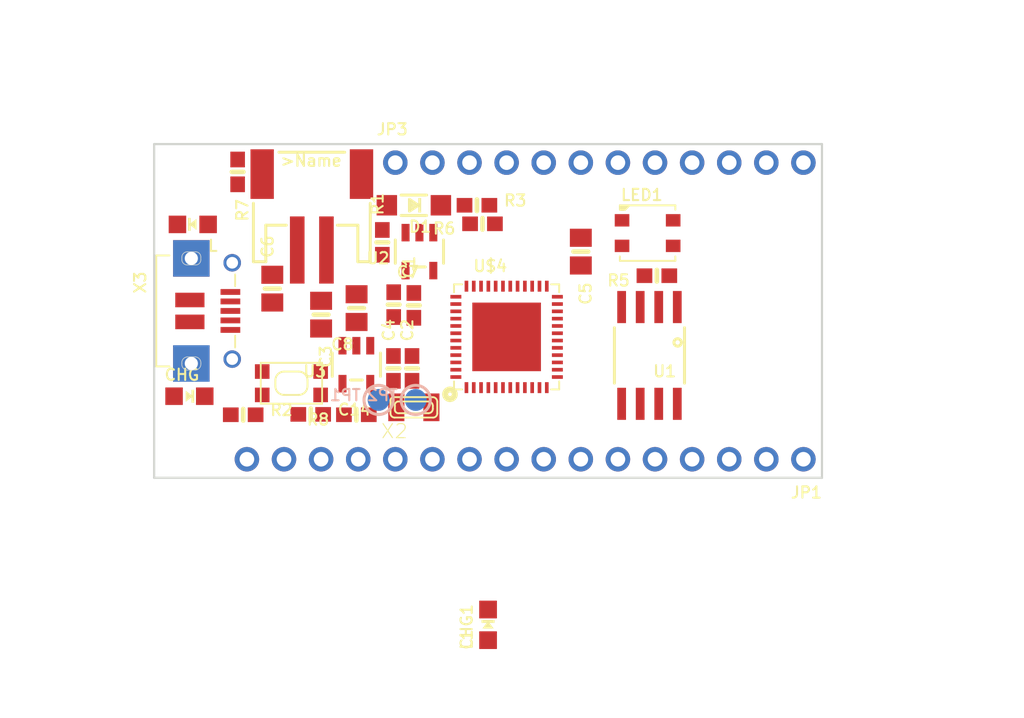
<source format=kicad_pcb>
(kicad_pcb (version 20190331) (host pcbnew "5.1.0-unknown-69cdb4a~86~ubuntu18.04.1")

  (general
    (thickness 1.6)
    (drawings 14)
    (tracks 0)
    (modules 34)
    (nets 5)
  )

  (page "A4")
  (layers
    (0 "Top" signal)
    (31 "Bottom" signal)
    (32 "B.Adhes" user)
    (33 "F.Adhes" user)
    (34 "B.Paste" user)
    (35 "F.Paste" user)
    (36 "B.SilkS" user)
    (37 "F.SilkS" user)
    (38 "B.Mask" user)
    (39 "F.Mask" user)
    (40 "Dwgs.User" user)
    (41 "Cmts.User" user)
    (42 "Eco1.User" user)
    (43 "Eco2.User" user)
    (44 "Edge.Cuts" user)
    (45 "Margin" user)
    (46 "B.CrtYd" user)
    (47 "F.CrtYd" user)
    (48 "B.Fab" user)
    (49 "F.Fab" user)
  )

  (setup
    (last_trace_width 0.25)
    (trace_clearance 0.2)
    (zone_clearance 0.508)
    (zone_45_only no)
    (trace_min 0.2)
    (via_size 0.8)
    (via_drill 0.4)
    (via_min_size 0.4)
    (via_min_drill 0.3)
    (uvia_size 0.3)
    (uvia_drill 0.1)
    (uvias_allowed no)
    (uvia_min_size 0.2)
    (uvia_min_drill 0.1)
    (edge_width 0.05)
    (segment_width 0.2)
    (pcb_text_width 0.3)
    (pcb_text_size 1.5 1.5)
    (mod_edge_width 0.12)
    (mod_text_size 1 1)
    (mod_text_width 0.15)
    (pad_size 1.524 1.524)
    (pad_drill 0.762)
    (pad_to_mask_clearance 0.051)
    (solder_mask_min_width 0.25)
    (aux_axis_origin 0 0)
    (visible_elements FFFFFF7F)
    (pcbplotparams
      (layerselection 0x010fc_ffffffff)
      (usegerberextensions false)
      (usegerberattributes false)
      (usegerberadvancedattributes false)
      (creategerberjobfile false)
      (excludeedgelayer true)
      (linewidth 0.100000)
      (plotframeref false)
      (viasonmask false)
      (mode 1)
      (useauxorigin false)
      (hpglpennumber 1)
      (hpglpenspeed 20)
      (hpglpendiameter 15.000000)
      (psnegative false)
      (psa4output false)
      (plotreference true)
      (plotvalue true)
      (plotinvisibletext false)
      (padsonsilk false)
      (subtractmaskfromsilk false)
      (outputformat 1)
      (mirror false)
      (drillshape 1)
      (scaleselection 1)
      (outputdirectory ""))
  )

  (net 0 "")
  (net 1 "GND")
  (net 2 "VBUS")
  (net 3 "Net-(L-PadA)")
  (net 4 "Net-(CHG-PadC)")

  (net_class "Default" "This is the default net class."
    (clearance 0.2)
    (trace_width 0.25)
    (via_dia 0.8)
    (via_drill 0.4)
    (uvia_dia 0.3)
    (uvia_drill 0.1)
    (add_net "GND")
    (add_net "Net-(CHG-PadC)")
    (add_net "Net-(L-PadA)")
    (add_net "VBUS")
  )

  (module "Adafruit Feather M0 Express:CHIPLED_0805_NOOUTLINE" (layer "Top") (tedit 0) (tstamp 5CC3E444)
    (at 148.5011 126.508601)
    (path "/3B4DA609")
    (fp_text reference "CHG1" (at -1.016 1.778 -270) (layer "F.SilkS")
      (effects (font (size 0.77216 0.77216) (thickness 0.138988)) (justify left bottom))
    )
    (fp_text value "ORANGE" (at 1.397 1.778 -270) (layer "F.Fab")
      (effects (font (size 0.77216 0.77216) (thickness 0.077216)) (justify right top))
    )
    (fp_poly (pts (xy 0 -0.254) (xy -0.381 0.254) (xy 0.381 0.254)) (layer "F.SilkS") (width 0))
    (fp_poly (pts (xy -0.4445 -0.1405) (xy 0.4445 -0.1405) (xy 0.4445 -0.331) (xy -0.4445 -0.331)) (layer "F.SilkS") (width 0))
    (fp_poly (pts (xy -0.625 -0.925) (xy -0.3 -0.925) (xy -0.3 -1) (xy -0.625 -1)) (layer "F.Fab") (width 0))
    (fp_poly (pts (xy -0.6 -0.5) (xy -0.3 -0.5) (xy -0.3 -0.762) (xy -0.6 -0.762)) (layer "F.Fab") (width 0))
    (fp_poly (pts (xy -0.2 0.675) (xy 0.2 0.675) (xy 0.2 0.5) (xy -0.2 0.5)) (layer "F.Fab") (width 0))
    (fp_poly (pts (xy -0.325 0.75) (xy -0.175 0.75) (xy -0.175 0.5) (xy -0.325 0.5)) (layer "F.Fab") (width 0))
    (fp_poly (pts (xy 0.175 0.75) (xy 0.325 0.75) (xy 0.325 0.5) (xy 0.175 0.5)) (layer "F.Fab") (width 0))
    (fp_poly (pts (xy -0.625 1) (xy -0.3 1) (xy -0.3 0.5) (xy -0.625 0.5)) (layer "F.Fab") (width 0))
    (fp_poly (pts (xy 0.3 1) (xy 0.625 1) (xy 0.625 0.5) (xy 0.3 0.5)) (layer "F.Fab") (width 0))
    (fp_poly (pts (xy -0.2 -0.5) (xy 0.2 -0.5) (xy 0.2 -0.675) (xy -0.2 -0.675)) (layer "F.Fab") (width 0))
    (fp_poly (pts (xy 0.175 -0.5) (xy 0.325 -0.5) (xy 0.325 -0.75) (xy 0.175 -0.75)) (layer "F.Fab") (width 0))
    (fp_poly (pts (xy -0.325 -0.5) (xy -0.175 -0.5) (xy -0.175 -0.75) (xy -0.325 -0.75)) (layer "F.Fab") (width 0))
    (fp_poly (pts (xy 0.3 -0.5) (xy 0.625 -0.5) (xy 0.625 -1) (xy 0.3 -1)) (layer "F.Fab") (width 0))
    (fp_text user "C" (at -0.1 -1.2) (layer "F.Fab")
      (effects (font (size 0.2413 0.2413) (thickness 0.02032)) (justify left bottom))
    )
    (fp_text user "A" (at -0.1 1.4) (layer "F.Fab")
      (effects (font (size 0.2413 0.2413) (thickness 0.02032)) (justify left bottom))
    )
    (fp_circle (center -0.45 -0.85) (end -0.347 -0.85) (layer "F.Fab") (width 0.0762))
    (fp_line (start -0.575 0.5) (end -0.575 -0.925) (layer "F.Fab") (width 0.1016))
    (fp_line (start 0.575 -0.525) (end 0.575 0.525) (layer "F.Fab") (width 0.1016))
    (fp_arc (start 0 0.979199) (end -0.35 0.925) (angle 162.394521) (layer "F.Fab") (width 0.1016))
    (fp_arc (start 0 -0.979199) (end -0.35 -0.925) (angle -162.394521) (layer "F.Fab") (width 0.1016))
    (pad "A" smd rect (at 0 1.05) (size 1.2 1.2) (layers "Top" "F.Paste" "F.Mask")
      (net 2 "VBUS") (solder_mask_margin 0.0508))
    (pad "C" smd rect (at 0 -1.05) (size 1.2 1.2) (layers "Top" "F.Paste" "F.Mask")
      (net 4 "Net-(CHG-PadC)") (solder_mask_margin 0.0508))
  )

  (module "Adafruit Feather M0 Express:CHIPLED_0805_NOOUTLINE" (layer "Top") (tedit 0) (tstamp 5CC3E2D8)
    (at 148.5011 126.508601)
    (path "/591592A1")
    (fp_text reference "L1" (at -1.016 1.778 -270) (layer "F.SilkS")
      (effects (font (size 0.77216 0.77216) (thickness 0.138988)) (justify left bottom))
    )
    (fp_text value "RED" (at 1.397 1.778 -270) (layer "F.Fab")
      (effects (font (size 0.77216 0.77216) (thickness 0.077216)) (justify right top))
    )
    (fp_poly (pts (xy 0 -0.254) (xy -0.381 0.254) (xy 0.381 0.254)) (layer "F.SilkS") (width 0))
    (fp_poly (pts (xy -0.4445 -0.1405) (xy 0.4445 -0.1405) (xy 0.4445 -0.331) (xy -0.4445 -0.331)) (layer "F.SilkS") (width 0))
    (fp_poly (pts (xy -0.625 -0.925) (xy -0.3 -0.925) (xy -0.3 -1) (xy -0.625 -1)) (layer "F.Fab") (width 0))
    (fp_poly (pts (xy -0.6 -0.5) (xy -0.3 -0.5) (xy -0.3 -0.762) (xy -0.6 -0.762)) (layer "F.Fab") (width 0))
    (fp_poly (pts (xy -0.2 0.675) (xy 0.2 0.675) (xy 0.2 0.5) (xy -0.2 0.5)) (layer "F.Fab") (width 0))
    (fp_poly (pts (xy -0.325 0.75) (xy -0.175 0.75) (xy -0.175 0.5) (xy -0.325 0.5)) (layer "F.Fab") (width 0))
    (fp_poly (pts (xy 0.175 0.75) (xy 0.325 0.75) (xy 0.325 0.5) (xy 0.175 0.5)) (layer "F.Fab") (width 0))
    (fp_poly (pts (xy -0.625 1) (xy -0.3 1) (xy -0.3 0.5) (xy -0.625 0.5)) (layer "F.Fab") (width 0))
    (fp_poly (pts (xy 0.3 1) (xy 0.625 1) (xy 0.625 0.5) (xy 0.3 0.5)) (layer "F.Fab") (width 0))
    (fp_poly (pts (xy -0.2 -0.5) (xy 0.2 -0.5) (xy 0.2 -0.675) (xy -0.2 -0.675)) (layer "F.Fab") (width 0))
    (fp_poly (pts (xy 0.175 -0.5) (xy 0.325 -0.5) (xy 0.325 -0.75) (xy 0.175 -0.75)) (layer "F.Fab") (width 0))
    (fp_poly (pts (xy -0.325 -0.5) (xy -0.175 -0.5) (xy -0.175 -0.75) (xy -0.325 -0.75)) (layer "F.Fab") (width 0))
    (fp_poly (pts (xy 0.3 -0.5) (xy 0.625 -0.5) (xy 0.625 -1) (xy 0.3 -1)) (layer "F.Fab") (width 0))
    (fp_text user "C" (at -0.1 -1.2) (layer "F.Fab")
      (effects (font (size 0.2413 0.2413) (thickness 0.02032)) (justify left bottom))
    )
    (fp_text user "A" (at -0.1 1.4) (layer "F.Fab")
      (effects (font (size 0.2413 0.2413) (thickness 0.02032)) (justify left bottom))
    )
    (fp_circle (center -0.45 -0.85) (end -0.347 -0.85) (layer "F.Fab") (width 0.0762))
    (fp_line (start -0.575 0.5) (end -0.575 -0.925) (layer "F.Fab") (width 0.1016))
    (fp_line (start 0.575 -0.525) (end 0.575 0.525) (layer "F.Fab") (width 0.1016))
    (fp_arc (start 0 0.979199) (end -0.35 0.925) (angle 162.394521) (layer "F.Fab") (width 0.1016))
    (fp_arc (start 0 -0.979199) (end -0.35 -0.925) (angle -162.394521) (layer "F.Fab") (width 0.1016))
    (pad "A" smd rect (at 0 1.05) (size 1.2 1.2) (layers "Top" "F.Paste" "F.Mask")
      (net 3 "Net-(L-PadA)") (solder_mask_margin 0.0508))
    (pad "C" smd rect (at 0 -1.05) (size 1.2 1.2) (layers "Top" "F.Paste" "F.Mask")
      (net 1 "GND") (solder_mask_margin 0.0508))
  )

  (module "Adafruit Feather M0 Express:0805-NO" (layer "Top") (tedit 0) (tstamp 5CC3D0F8)
    (at 133.7291 103.4746 90)
    (path "/D44B93C6")
    (fp_text reference "C6" (at 2.032 0.127 90) (layer "F.SilkS")
      (effects (font (size 0.77216 0.77216) (thickness 0.138988)) (justify left bottom))
    )
    (fp_text value "10µF" (at 2.032 0.762 90) (layer "F.Fab")
      (effects (font (size 0.77216 0.77216) (thickness 0.077216)) (justify left bottom))
    )
    (fp_line (start 0 -0.508) (end 0 0.508) (layer "F.SilkS") (width 0.3048))
    (fp_poly (pts (xy 0.3556 0.7239) (xy 1.1057 0.7239) (xy 1.1057 -0.7262) (xy 0.3556 -0.7262)) (layer "F.Fab") (width 0))
    (fp_poly (pts (xy -1.0922 0.7239) (xy -0.3421 0.7239) (xy -0.3421 -0.7262) (xy -1.0922 -0.7262)) (layer "F.Fab") (width 0))
    (fp_line (start -0.356 0.66) (end 0.381 0.66) (layer "F.Fab") (width 0.1016))
    (fp_line (start -0.381 -0.66) (end 0.381 -0.66) (layer "F.Fab") (width 0.1016))
    (pad "2" smd rect (at 0.95 0 90) (size 1.24 1.5) (layers "Top" "F.Paste" "F.Mask")
      (solder_mask_margin 0.0508))
    (pad "1" smd rect (at -0.95 0 90) (size 1.24 1.5) (layers "Top" "F.Paste" "F.Mask")
      (solder_mask_margin 0.0508))
  )

  (module "Adafruit Feather M0 Express:0603-NO" (layer "Top") (tedit 0) (tstamp 5CC3D102)
    (at 142.0411 104.5716 90)
    (path "/226ECD07")
    (fp_text reference "C7" (at 1.778 0.127) (layer "F.SilkS")
      (effects (font (size 0.77216 0.77216) (thickness 0.138988)) (justify left bottom))
    )
    (fp_text value "1uF" (at 1.778 0.762 90) (layer "F.Fab")
      (effects (font (size 0.77216 0.77216) (thickness 0.077216)) (justify right top))
    )
    (fp_line (start 0 -0.4) (end 0 0.4) (layer "F.SilkS") (width 0.3048))
    (fp_poly (pts (xy -0.1999 0.3) (xy 0.1999 0.3) (xy 0.1999 -0.3) (xy -0.1999 -0.3)) (layer "F.Adhes") (width 0))
    (fp_poly (pts (xy 0.3302 0.4699) (xy 0.8303 0.4699) (xy 0.8303 -0.4801) (xy 0.3302 -0.4801)) (layer "F.Fab") (width 0))
    (fp_poly (pts (xy -0.8382 0.4699) (xy -0.3381 0.4699) (xy -0.3381 -0.4801) (xy -0.8382 -0.4801)) (layer "F.Fab") (width 0))
    (fp_line (start -0.356 0.419) (end 0.356 0.419) (layer "F.Fab") (width 0.1016))
    (fp_line (start -0.356 -0.432) (end 0.356 -0.432) (layer "F.Fab") (width 0.1016))
    (fp_line (start -1.473 0.729) (end -1.473 -0.729) (layer "Dwgs.User") (width 0.0508))
    (fp_line (start 1.473 0.729) (end -1.473 0.729) (layer "Dwgs.User") (width 0.0508))
    (fp_line (start 1.473 -0.729) (end 1.473 0.729) (layer "Dwgs.User") (width 0.0508))
    (fp_line (start -1.473 -0.729) (end 1.473 -0.729) (layer "Dwgs.User") (width 0.0508))
    (pad "2" smd rect (at 0.85 0 90) (size 1.075 1) (layers "Top" "F.Paste" "F.Mask")
      (solder_mask_margin 0.0508))
    (pad "1" smd rect (at -0.85 0 90) (size 1.075 1) (layers "Top" "F.Paste" "F.Mask")
      (solder_mask_margin 0.0508))
  )

  (module "Adafruit Feather M0 Express:0805-NO" (layer "Top") (tedit 0) (tstamp 5CC3D111)
    (at 139.4991 104.8096 270)
    (path "/48336B3A")
    (fp_text reference "C8" (at 2.032 0.127) (layer "F.SilkS")
      (effects (font (size 0.77216 0.77216) (thickness 0.138988)) (justify right top))
    )
    (fp_text value "10µF" (at 2.032 0.762 90) (layer "F.Fab")
      (effects (font (size 0.77216 0.77216) (thickness 0.077216)) (justify right top))
    )
    (fp_line (start 0 -0.508) (end 0 0.508) (layer "F.SilkS") (width 0.3048))
    (fp_poly (pts (xy 0.3556 0.7239) (xy 1.1057 0.7239) (xy 1.1057 -0.7262) (xy 0.3556 -0.7262)) (layer "F.Fab") (width 0))
    (fp_poly (pts (xy -1.0922 0.7239) (xy -0.3421 0.7239) (xy -0.3421 -0.7262) (xy -1.0922 -0.7262)) (layer "F.Fab") (width 0))
    (fp_line (start -0.356 0.66) (end 0.381 0.66) (layer "F.Fab") (width 0.1016))
    (fp_line (start -0.381 -0.66) (end 0.381 -0.66) (layer "F.Fab") (width 0.1016))
    (pad "2" smd rect (at 0.95 0 270) (size 1.24 1.5) (layers "Top" "F.Paste" "F.Mask")
      (solder_mask_margin 0.0508))
    (pad "1" smd rect (at -0.95 0 270) (size 1.24 1.5) (layers "Top" "F.Paste" "F.Mask")
      (solder_mask_margin 0.0508))
  )

  (module "Adafruit Feather M0 Express:CHIPLED_0805_NOOUTLINE" (layer "Top") (tedit 0) (tstamp 5CC3D11B)
    (at 128.2861 99.0746 90)
    (path "/591592A1")
    (fp_text reference "L" (at -1.016 1.778) (layer "F.SilkS")
      (effects (font (size 0.77216 0.77216) (thickness 0.138988)) (justify right top))
    )
    (fp_text value "RED" (at 1.397 1.778) (layer "F.Fab")
      (effects (font (size 0.77216 0.77216) (thickness 0.077216)) (justify right top))
    )
    (fp_poly (pts (xy 0 -0.254) (xy -0.381 0.254) (xy 0.381 0.254)) (layer "F.SilkS") (width 0))
    (fp_poly (pts (xy -0.4445 -0.1405) (xy 0.4445 -0.1405) (xy 0.4445 -0.331) (xy -0.4445 -0.331)) (layer "F.SilkS") (width 0))
    (fp_poly (pts (xy -0.625 -0.925) (xy -0.3 -0.925) (xy -0.3 -1) (xy -0.625 -1)) (layer "F.Fab") (width 0))
    (fp_poly (pts (xy -0.6 -0.5) (xy -0.3 -0.5) (xy -0.3 -0.762) (xy -0.6 -0.762)) (layer "F.Fab") (width 0))
    (fp_poly (pts (xy -0.2 0.675) (xy 0.2 0.675) (xy 0.2 0.5) (xy -0.2 0.5)) (layer "F.Fab") (width 0))
    (fp_poly (pts (xy -0.325 0.75) (xy -0.175 0.75) (xy -0.175 0.5) (xy -0.325 0.5)) (layer "F.Fab") (width 0))
    (fp_poly (pts (xy 0.175 0.75) (xy 0.325 0.75) (xy 0.325 0.5) (xy 0.175 0.5)) (layer "F.Fab") (width 0))
    (fp_poly (pts (xy -0.625 1) (xy -0.3 1) (xy -0.3 0.5) (xy -0.625 0.5)) (layer "F.Fab") (width 0))
    (fp_poly (pts (xy 0.3 1) (xy 0.625 1) (xy 0.625 0.5) (xy 0.3 0.5)) (layer "F.Fab") (width 0))
    (fp_poly (pts (xy -0.2 -0.5) (xy 0.2 -0.5) (xy 0.2 -0.675) (xy -0.2 -0.675)) (layer "F.Fab") (width 0))
    (fp_poly (pts (xy 0.175 -0.5) (xy 0.325 -0.5) (xy 0.325 -0.75) (xy 0.175 -0.75)) (layer "F.Fab") (width 0))
    (fp_poly (pts (xy -0.325 -0.5) (xy -0.175 -0.5) (xy -0.175 -0.75) (xy -0.325 -0.75)) (layer "F.Fab") (width 0))
    (fp_poly (pts (xy 0.3 -0.5) (xy 0.625 -0.5) (xy 0.625 -1) (xy 0.3 -1)) (layer "F.Fab") (width 0))
    (fp_text user "C" (at -0.1 -1.2 90) (layer "F.Fab")
      (effects (font (size 0.2413 0.2413) (thickness 0.02032)) (justify left bottom))
    )
    (fp_text user "A" (at -0.1 1.4 90) (layer "F.Fab")
      (effects (font (size 0.2413 0.2413) (thickness 0.02032)) (justify left bottom))
    )
    (fp_circle (center -0.45 -0.85) (end -0.347 -0.85) (layer "F.Fab") (width 0.0762))
    (fp_line (start -0.575 0.5) (end -0.575 -0.925) (layer "F.Fab") (width 0.1016))
    (fp_line (start 0.575 -0.525) (end 0.575 0.525) (layer "F.Fab") (width 0.1016))
    (fp_arc (start 0 0.979199) (end -0.35 0.925) (angle 162.394521) (layer "F.Fab") (width 0.1016))
    (fp_arc (start 0 -0.979199) (end -0.35 -0.925) (angle -162.394521) (layer "F.Fab") (width 0.1016))
    (pad "A" smd rect (at 0 1.05 90) (size 1.2 1.2) (layers "Top" "F.Paste" "F.Mask")
      (net 3 "Net-(L-PadA)") (solder_mask_margin 0.0508))
    (pad "C" smd rect (at 0 -1.05 90) (size 1.2 1.2) (layers "Top" "F.Paste" "F.Mask")
      (net 1 "GND") (solder_mask_margin 0.0508))
  )

  (module "Adafruit Feather M0 Express:0603-NO" (layer "Top") (tedit 0) (tstamp 5CC3D134)
    (at 136.3599 112.089007)
    (path "/E5A05DC2")
    (fp_text reference "C14" (at 1.778 0.127) (layer "F.SilkS")
      (effects (font (size 0.77216 0.77216) (thickness 0.138988)) (justify left bottom))
    )
    (fp_text value "1uF" (at 1.778 0.762) (layer "F.Fab")
      (effects (font (size 0.77216 0.77216) (thickness 0.077216)) (justify left bottom))
    )
    (fp_line (start 0 -0.4) (end 0 0.4) (layer "F.SilkS") (width 0.3048))
    (fp_poly (pts (xy -0.1999 0.3) (xy 0.1999 0.3) (xy 0.1999 -0.3) (xy -0.1999 -0.3)) (layer "F.Adhes") (width 0))
    (fp_poly (pts (xy 0.3302 0.4699) (xy 0.8303 0.4699) (xy 0.8303 -0.4801) (xy 0.3302 -0.4801)) (layer "F.Fab") (width 0))
    (fp_poly (pts (xy -0.8382 0.4699) (xy -0.3381 0.4699) (xy -0.3381 -0.4801) (xy -0.8382 -0.4801)) (layer "F.Fab") (width 0))
    (fp_line (start -0.356 0.419) (end 0.356 0.419) (layer "F.Fab") (width 0.1016))
    (fp_line (start -0.356 -0.432) (end 0.356 -0.432) (layer "F.Fab") (width 0.1016))
    (fp_line (start -1.473 0.729) (end -1.473 -0.729) (layer "Dwgs.User") (width 0.0508))
    (fp_line (start 1.473 0.729) (end -1.473 0.729) (layer "Dwgs.User") (width 0.0508))
    (fp_line (start 1.473 -0.729) (end 1.473 0.729) (layer "Dwgs.User") (width 0.0508))
    (fp_line (start -1.473 -0.729) (end 1.473 -0.729) (layer "Dwgs.User") (width 0.0508))
    (pad "2" smd rect (at 0.85 0) (size 1.075 1) (layers "Top" "F.Paste" "F.Mask")
      (solder_mask_margin 0.0508))
    (pad "1" smd rect (at -0.85 0) (size 1.075 1) (layers "Top" "F.Paste" "F.Mask")
      (solder_mask_margin 0.0508))
  )

  (module "Adafruit Feather M0 Express:0603-NO" (layer "Top") (tedit 0) (tstamp 5CC3D143)
    (at 131.3561 95.4786 270)
    (path "/A059BC4A")
    (fp_text reference "R7" (at 1.778 0.127 90) (layer "F.SilkS")
      (effects (font (size 0.77216 0.77216) (thickness 0.138988)) (justify right top))
    )
    (fp_text value "2.2K" (at 1.778 0.762 90) (layer "F.Fab")
      (effects (font (size 0.77216 0.77216) (thickness 0.077216)) (justify left bottom))
    )
    (fp_line (start 0 -0.4) (end 0 0.4) (layer "F.SilkS") (width 0.3048))
    (fp_poly (pts (xy -0.1999 0.3) (xy 0.1999 0.3) (xy 0.1999 -0.3) (xy -0.1999 -0.3)) (layer "F.Adhes") (width 0))
    (fp_poly (pts (xy 0.3302 0.4699) (xy 0.8303 0.4699) (xy 0.8303 -0.4801) (xy 0.3302 -0.4801)) (layer "F.Fab") (width 0))
    (fp_poly (pts (xy -0.8382 0.4699) (xy -0.3381 0.4699) (xy -0.3381 -0.4801) (xy -0.8382 -0.4801)) (layer "F.Fab") (width 0))
    (fp_line (start -0.356 0.419) (end 0.356 0.419) (layer "F.Fab") (width 0.1016))
    (fp_line (start -0.356 -0.432) (end 0.356 -0.432) (layer "F.Fab") (width 0.1016))
    (fp_line (start -1.473 0.729) (end -1.473 -0.729) (layer "Dwgs.User") (width 0.0508))
    (fp_line (start 1.473 0.729) (end -1.473 0.729) (layer "Dwgs.User") (width 0.0508))
    (fp_line (start 1.473 -0.729) (end 1.473 0.729) (layer "Dwgs.User") (width 0.0508))
    (fp_line (start -1.473 -0.729) (end 1.473 -0.729) (layer "Dwgs.User") (width 0.0508))
    (pad "2" smd rect (at 0.85 0 270) (size 1.075 1) (layers "Top" "F.Paste" "F.Mask")
      (solder_mask_margin 0.0508))
    (pad "1" smd rect (at -0.85 0 270) (size 1.075 1) (layers "Top" "F.Paste" "F.Mask")
      (solder_mask_margin 0.0508))
  )

  (module "Adafruit Feather M0 Express:KMR2" (layer "Top") (tedit 0) (tstamp 5CC3D152)
    (at 135.0391 109.9566 180)
    (path "/E9E31E47")
    (fp_text reference "SW1" (at 0 0 180) (layer "F.SilkS") hide
      (effects (font (size 1.27 1.27) (thickness 0.15)) (justify right top))
    )
    (fp_text value "SPST_TACT-KMR2" (at 0 0 180) (layer "F.SilkS") hide
      (effects (font (size 1.27 1.27) (thickness 0.15)) (justify right top))
    )
    (fp_line (start 0.5 0.8) (end -0.5 0.8) (layer "F.SilkS") (width 0.127))
    (fp_arc (start 0.499999 0.199999) (end 1.1 0.2) (angle 90) (layer "F.SilkS") (width 0.127))
    (fp_line (start 1.1 -0.2) (end 1.1 0.2) (layer "F.SilkS") (width 0.127))
    (fp_arc (start 0.499999 -0.199999) (end 0.5 -0.8) (angle 90) (layer "F.SilkS") (width 0.127))
    (fp_line (start -0.5 -0.8) (end 0.5 -0.8) (layer "F.SilkS") (width 0.127))
    (fp_arc (start -0.499999 -0.199999) (end -1.1 -0.2) (angle 90) (layer "F.SilkS") (width 0.127))
    (fp_line (start -1.1 0.2) (end -1.1 -0.2) (layer "F.SilkS") (width 0.127))
    (fp_arc (start -0.499999 0.199999) (end -0.5 0.8) (angle 90) (layer "F.SilkS") (width 0.127))
    (fp_line (start -2.1 1.4) (end -2.1 -1.4) (layer "F.SilkS") (width 0.127))
    (fp_line (start 2.1 1.4) (end -2.1 1.4) (layer "F.SilkS") (width 0.127))
    (fp_line (start 2.1 -1.4) (end 2.1 1.4) (layer "F.SilkS") (width 0.127))
    (fp_line (start -2.1 -1.4) (end 2.1 -1.4) (layer "F.SilkS") (width 0.127))
    (pad "3" smd rect (at -2 -0.8 180) (size 1 1) (layers "Top" "F.Paste" "F.Mask")
      (solder_mask_margin 0.0508))
    (pad "4" smd rect (at -2 0.8 180) (size 1 1) (layers "Top" "F.Paste" "F.Mask")
      (solder_mask_margin 0.0508))
    (pad "2" smd rect (at 2 0.8 180) (size 1 1) (layers "Top" "F.Paste" "F.Mask")
      (solder_mask_margin 0.0508))
    (pad "1" smd rect (at 2 -0.8 180) (size 1 1) (layers "Top" "F.Paste" "F.Mask")
      (solder_mask_margin 0.0508))
  )

  (module "Adafruit Feather M0 Express:4UCONN_20329_V2" (layer "Top") (tedit 0) (tstamp 5CC3D165)
    (at 130.0861 105.0036 270)
    (path "/3992BDB4")
    (fp_text reference "X3" (at -2.778 5.852 90) (layer "F.SilkS")
      (effects (font (size 0.77216 0.77216) (thickness 0.138988)) (justify right top))
    )
    (fp_text value "microUSB" (at -2.778 6.41 90) (layer "F.Fab")
      (effects (font (size 0.77216 0.77216) (thickness 0.077216)) (justify right top))
    )
    (fp_poly (pts (xy 1.15 -0.15) (xy 1.45 -0.15) (xy 1.45 -1.4) (xy 1.15 -1.4)) (layer "F.Paste") (width 0))
    (fp_poly (pts (xy 0.5 -0.15) (xy 0.8 -0.15) (xy 0.8 -1.4) (xy 0.5 -1.4)) (layer "F.Paste") (width 0))
    (fp_poly (pts (xy -0.15 -0.15) (xy 0.15 -0.15) (xy 0.15 -1.4) (xy -0.15 -1.4)) (layer "F.Paste") (width 0))
    (fp_poly (pts (xy -0.8 -0.15) (xy -0.5 -0.15) (xy -0.5 -1.4) (xy -0.8 -1.4)) (layer "F.Paste") (width 0))
    (fp_poly (pts (xy -1.45 -0.15) (xy -1.15 -0.15) (xy -1.15 -1.4) (xy -1.45 -1.4)) (layer "F.Paste") (width 0))
    (fp_poly (pts (xy 2.75 -0.9) (xy 2.785868 -0.723539) (xy 2.87451 -0.566798) (xy 3.007249 -0.445121)
      (xy 3.35 -0.35) (xy 4.45 -0.35) (xy 4.628908 -0.370417) (xy 4.792751 -0.445121)
      (xy 4.92549 -0.566798) (xy 5.014132 -0.723539) (xy 5.05 -0.9) (xy 5.014132 -1.076461)
      (xy 4.92549 -1.233202) (xy 4.792751 -1.354879) (xy 4.45 -1.45) (xy 3.35 -1.45)
      (xy 3.171092 -1.429583) (xy 3.007249 -1.354879) (xy 2.87451 -1.233202)) (layer "F.Paste") (width 0))
    (fp_poly (pts (xy -5.05 -0.9) (xy -5.014132 -0.723539) (xy -4.92549 -0.566798) (xy -4.792751 -0.445121)
      (xy -4.45 -0.35) (xy -3.35 -0.35) (xy -3.171092 -0.370417) (xy -3.007249 -0.445121)
      (xy -2.87451 -0.566798) (xy -2.785868 -0.723539) (xy -2.75 -0.9) (xy -2.785868 -1.076461)
      (xy -2.87451 -1.233202) (xy -3.007249 -1.354879) (xy -3.35 -1.45) (xy -4.45 -1.45)
      (xy -4.628908 -1.429583) (xy -4.792751 -1.354879) (xy -4.92549 -1.233202)) (layer "F.Paste") (width 0))
    (fp_poly (pts (xy 2.35 3.15) (xy 4.85 3.15) (xy 4.85 0.65) (xy 2.35 0.65)) (layer "F.Paste") (width 0))
    (fp_poly (pts (xy -4.85 3.15) (xy -2.35 3.15) (xy -2.35 0.65) (xy -4.85 0.65)) (layer "F.Paste") (width 0))
    (fp_poly (pts (xy 1.05 -0.05) (xy 1.55 -0.05) (xy 1.55 -1.5) (xy 1.05 -1.5)) (layer "F.Mask") (width 0))
    (fp_poly (pts (xy 0.4 -0.05) (xy 0.9 -0.05) (xy 0.9 -1.5) (xy 0.4 -1.5)) (layer "F.Mask") (width 0))
    (fp_poly (pts (xy -0.25 -0.05) (xy 0.25 -0.05) (xy 0.25 -1.5) (xy -0.25 -1.5)) (layer "F.Mask") (width 0))
    (fp_poly (pts (xy -0.9 -0.05) (xy -0.4 -0.05) (xy -0.4 -1.5) (xy -0.9 -1.5)) (layer "F.Mask") (width 0))
    (fp_poly (pts (xy -1.55 -0.05) (xy -1.05 -0.05) (xy -1.05 -1.5) (xy -1.55 -1.5)) (layer "F.Mask") (width 0))
    (fp_line (start 3.8 4.3) (end 3.8 3.4) (layer "F.SilkS") (width 0.127))
    (fp_line (start -3.8 4.3) (end 3.8 4.3) (layer "F.SilkS") (width 0.127))
    (fp_line (start -3.8 3.4) (end -3.8 4.3) (layer "F.SilkS") (width 0.127))
    (fp_line (start 1.7 -1.1) (end 2.5 -1.1) (layer "F.SilkS") (width 0.127))
    (fp_line (start -2.5 -1.1) (end -1.7 -1.1) (layer "F.SilkS") (width 0.127))
    (fp_line (start 2 3.325) (end 2.7 3.325) (layer "F.Fab") (width 0.127))
    (fp_line (start 1.95 2.625) (end 2.7 2.625) (layer "F.Fab") (width 0.127))
    (fp_line (start 2 3.8) (end 2 3.325) (layer "F.Fab") (width 0.127))
    (fp_line (start 2.675 3.8) (end 2 3.8) (layer "F.Fab") (width 0.127))
    (fp_line (start 2.675 3.325) (end 2.675 3.8) (layer "F.Fab") (width 0.127))
    (fp_arc (start 2.675 3.175) (end 2.825 3.175) (angle 90) (layer "F.Fab") (width 0.127))
    (fp_arc (start 2.75 3.175) (end 2.75 3.1) (angle 90) (layer "F.Fab") (width 0.127))
    (fp_line (start 2.725 3.1) (end 2.75 3.1) (layer "F.Fab") (width 0.127))
    (fp_line (start 2.725 2.025) (end 2.725 3.1) (layer "F.Fab") (width 0.127))
    (fp_arc (start 2.475 2.025) (end 2.475 1.775) (angle 90) (layer "F.Fab") (width 0.127))
    (fp_line (start 2.225 1.775) (end 2.475 1.775) (layer "F.Fab") (width 0.127))
    (fp_arc (start 2.225 2.05) (end 1.95 2.05) (angle 90) (layer "F.Fab") (width 0.127))
    (fp_line (start 1.95 2.625) (end 1.95 2.05) (layer "F.Fab") (width 0.127))
    (fp_line (start 1.95 3.1) (end 1.95 2.625) (layer "F.Fab") (width 0.127))
    (fp_arc (start 1.95 3.2) (end 1.85 3.2) (angle 90) (layer "F.Fab") (width 0.127))
    (fp_line (start 1.85 3.225) (end 1.85 3.2) (layer "F.Fab") (width 0.127))
    (fp_arc (start 1.9375 3.2375) (end 1.925 3.325) (angle 90) (layer "F.Fab") (width 0.127))
    (fp_line (start 2 3.325) (end 1.925 3.325) (layer "F.Fab") (width 0.127))
    (fp_line (start 3.5 4.5) (end 3.5 4.35) (layer "F.Fab") (width 0.127))
    (fp_line (start 3.775 4.9) (end 3.5 4.5) (layer "F.Fab") (width 0.127))
    (fp_line (start 4 4.725) (end 3.775 4.9) (layer "F.Fab") (width 0.127))
    (fp_line (start 3.7 4.3) (end 4 4.725) (layer "F.Fab") (width 0.127))
    (fp_line (start -3.45 4.475) (end -3.45 4.3) (layer "F.Fab") (width 0.127))
    (fp_line (start -3.75 4.9) (end -3.45 4.475) (layer "F.Fab") (width 0.127))
    (fp_line (start -3.975 4.725) (end -3.75 4.9) (layer "F.Fab") (width 0.127))
    (fp_line (start -3.975 4.725) (end -3.675 4.3) (layer "F.Fab") (width 0.127))
    (fp_line (start 3.1 4.55) (end 3.1 4.3) (layer "F.Fab") (width 0.127))
    (fp_arc (start 2.775 4.55) (end 2.775 4.875) (angle -90) (layer "F.Fab") (width 0.127))
    (fp_line (start -2.725 4.875) (end 2.775 4.875) (layer "F.Fab") (width 0.127))
    (fp_arc (start -2.725 4.525) (end -3.075 4.525) (angle -90) (layer "F.Fab") (width 0.127))
    (fp_line (start -3.075 4.3) (end -3.075 4.525) (layer "F.Fab") (width 0.127))
    (fp_line (start 0.1 -0.65) (end 0.1 -0.175) (layer "F.Fab") (width 0.127))
    (fp_line (start -0.125 -0.65) (end 0.1 -0.65) (layer "F.Fab") (width 0.127))
    (fp_line (start -0.125 -0.175) (end -0.125 -0.65) (layer "F.Fab") (width 0.127))
    (fp_line (start 0.525 -1.05) (end 0.525 -0.6) (layer "F.Fab") (width 0.127))
    (fp_line (start -0.475 -1.05) (end 0.525 -1.05) (layer "F.Fab") (width 0.127))
    (fp_line (start -0.475 -0.6) (end -0.475 -1.05) (layer "F.Fab") (width 0.127))
    (fp_line (start 3.35 -0.775) (end 3.35 -0.6) (layer "F.Fab") (width 0.127))
    (fp_line (start 3.6 -0.775) (end 3.35 -0.775) (layer "F.Fab") (width 0.127))
    (fp_line (start 3.6 -1.05) (end 3.6 -0.775) (layer "F.Fab") (width 0.127))
    (fp_line (start 0.525 -1.05) (end 3.6 -1.05) (layer "F.Fab") (width 0.127))
    (fp_line (start -3.575 -1.05) (end -0.475 -1.05) (layer "F.Fab") (width 0.127))
    (fp_line (start -3.575 -0.75) (end -3.575 -1.05) (layer "F.Fab") (width 0.127))
    (fp_line (start -3.425 -0.75) (end -3.575 -0.75) (layer "F.Fab") (width 0.127))
    (fp_line (start -3.425 -0.625) (end -3.425 -0.75) (layer "F.Fab") (width 0.127))
    (fp_line (start 3.175 -0.025) (end 3.725 -0.025) (layer "F.Fab") (width 0.127))
    (fp_arc (start 3.175 -0.2) (end 3 -0.2) (angle -90) (layer "F.Fab") (width 0.127))
    (fp_line (start 3 -0.525) (end 3 -0.2) (layer "F.Fab") (width 0.127))
    (fp_arc (start 2.925 -0.525) (end 2.925 -0.6) (angle 90) (layer "F.Fab") (width 0.127))
    (fp_line (start 2.475 -0.6) (end 2.925 -0.6) (layer "F.Fab") (width 0.127))
    (fp_line (start 2.475 -0.3) (end 2.475 -0.6) (layer "F.Fab") (width 0.127))
    (fp_arc (start 2.075 -0.3) (end 2.075 0.1) (angle -90) (layer "F.Fab") (width 0.127))
    (fp_arc (start 2.075 -0.3) (end 1.675 -0.3) (angle -90) (layer "F.Fab") (width 0.127))
    (fp_line (start 1.675 -0.6) (end 1.675 -0.3) (layer "F.Fab") (width 0.127))
    (fp_line (start -1.65 -0.25) (end -1.65 -0.6) (layer "F.Fab") (width 0.127))
    (fp_arc (start -2 -0.25) (end -2 0.1) (angle -90) (layer "F.Fab") (width 0.127))
    (fp_arc (start -2 -0.325) (end -2.425 -0.325) (angle -90) (layer "F.Fab") (width 0.127))
    (fp_line (start -2.425 -0.525) (end -2.425 -0.325) (layer "F.Fab") (width 0.127))
    (fp_arc (start -2.5 -0.525) (end -2.5 -0.6) (angle 90) (layer "F.Fab") (width 0.127))
    (fp_line (start -2.825 -0.6) (end -2.5 -0.6) (layer "F.Fab") (width 0.127))
    (fp_arc (start -2.825 -0.45) (end -2.975 -0.45) (angle 90) (layer "F.Fab") (width 0.127))
    (fp_line (start -2.975 -0.225) (end -2.975 -0.45) (layer "F.Fab") (width 0.127))
    (fp_arc (start -3.175 -0.225) (end -3.175 -0.025) (angle -90) (layer "F.Fab") (width 0.127))
    (fp_line (start -3.725 -0.025) (end -3.175 -0.025) (layer "F.Fab") (width 0.127))
    (fp_line (start -3.75 4.3) (end -3.675 4.3) (layer "F.Fab") (width 0.127))
    (fp_line (start -3.75 -0.125) (end -3.75 4.3) (layer "F.Fab") (width 0.127))
    (fp_arc (start -3.275 -0.124999) (end -3.275 -0.6) (angle -90) (layer "F.Fab") (width 0.127))
    (fp_line (start -2.825 -0.6) (end -3.275 -0.6) (layer "F.Fab") (width 0.127))
    (fp_line (start -1.65 -0.6) (end -2.5 -0.6) (layer "F.Fab") (width 0.127))
    (fp_line (start -0.475 -0.6) (end -1.65 -0.6) (layer "F.Fab") (width 0.127))
    (fp_line (start -0.475 -0.325) (end -0.475 -0.6) (layer "F.Fab") (width 0.127))
    (fp_arc (start -0.3 -0.325) (end -0.3 -0.15) (angle 90) (layer "F.Fab") (width 0.127))
    (fp_line (start 0.325 -0.15) (end -0.3 -0.15) (layer "F.Fab") (width 0.127))
    (fp_arc (start 0.325 -0.35) (end 0.525 -0.35) (angle 90) (layer "F.Fab") (width 0.127))
    (fp_line (start 0.525 -0.6) (end 0.525 -0.35) (layer "F.Fab") (width 0.127))
    (fp_line (start 1.675 -0.6) (end 0.525 -0.6) (layer "F.Fab") (width 0.127))
    (fp_line (start 2.475 -0.6) (end 1.675 -0.6) (layer "F.Fab") (width 0.127))
    (fp_line (start 3.35 -0.6) (end 2.925 -0.6) (layer "F.Fab") (width 0.127))
    (fp_arc (start 3.35 -0.199999) (end 3.75 -0.2) (angle -90) (layer "F.Fab") (width 0.127))
    (fp_line (start 3.75 4.3) (end 3.75 -0.2) (layer "F.Fab") (width 0.127))
    (fp_line (start 3.7 4.3) (end 3.75 4.3) (layer "F.Fab") (width 0.127))
    (fp_line (start 3.1 4.3) (end 3.7 4.3) (layer "F.Fab") (width 0.127))
    (fp_line (start -3.075 4.3) (end 3.1 4.3) (layer "F.Fab") (width 0.127))
    (fp_line (start -3.45 4.3) (end -3.075 4.3) (layer "F.Fab") (width 0.127))
    (fp_line (start -3.675 4.3) (end -3.45 4.3) (layer "F.Fab") (width 0.127))
    (fp_line (start -2.7 3.325) (end -2 3.325) (layer "F.Fab") (width 0.127))
    (fp_line (start -2.75 2.625) (end -2 2.625) (layer "F.Fab") (width 0.127))
    (fp_line (start -2.7 3.8) (end -2.7 3.325) (layer "F.Fab") (width 0.127))
    (fp_line (start -2.025 3.8) (end -2.7 3.8) (layer "F.Fab") (width 0.127))
    (fp_line (start -2.025 3.325) (end -2.025 3.8) (layer "F.Fab") (width 0.127))
    (fp_arc (start -2.025 3.175) (end -1.875 3.175) (angle 90) (layer "F.Fab") (width 0.127))
    (fp_arc (start -1.95 3.175) (end -1.95 3.1) (angle 90) (layer "F.Fab") (width 0.127))
    (fp_line (start -1.975 3.1) (end -1.95 3.1) (layer "F.Fab") (width 0.127))
    (fp_line (start -1.975 2.025) (end -1.975 3.1) (layer "F.Fab") (width 0.127))
    (fp_arc (start -2.225 2.025) (end -2.225 1.775) (angle 90) (layer "F.Fab") (width 0.127))
    (fp_line (start -2.475 1.775) (end -2.225 1.775) (layer "F.Fab") (width 0.127))
    (fp_arc (start -2.475 2.05) (end -2.75 2.05) (angle 90) (layer "F.Fab") (width 0.127))
    (fp_line (start -2.75 2.625) (end -2.75 2.05) (layer "F.Fab") (width 0.127))
    (fp_line (start -2.75 3.1) (end -2.75 2.625) (layer "F.Fab") (width 0.127))
    (fp_arc (start -2.75 3.2) (end -2.85 3.2) (angle 90) (layer "F.Fab") (width 0.127))
    (fp_line (start -2.85 3.225) (end -2.85 3.2) (layer "F.Fab") (width 0.127))
    (fp_arc (start -2.7625 3.2375) (end -2.775 3.325) (angle 90) (layer "F.Fab") (width 0.127))
    (fp_line (start -2.7 3.325) (end -2.775 3.325) (layer "F.Fab") (width 0.127))
    (fp_line (start 3.15 2.2) (end 3.15 1.6) (layer "Edge.Cuts") (width 0.05))
    (fp_arc (start 3.55 1.65) (end 3.15 1.6) (angle 90) (layer "Edge.Cuts") (width 0.05))
    (fp_arc (start 3.65 1.65) (end 3.6 1.25) (angle 90) (layer "Edge.Cuts") (width 0.05))
    (fp_line (start 4.05 1.6) (end 4.05 2.2) (layer "Edge.Cuts") (width 0.05))
    (fp_arc (start 3.55 2.15) (end 3.6 2.55) (angle 90) (layer "Edge.Cuts") (width 0.05))
    (fp_arc (start 3.65 2.15) (end 4.05 2.2) (angle 90) (layer "Edge.Cuts") (width 0.05))
    (fp_line (start -4.05 2.15) (end -4.05 1.6) (layer "Edge.Cuts") (width 0.05))
    (fp_arc (start -3.675 2.175) (end -3.7 2.55) (angle 90) (layer "Edge.Cuts") (width 0.05))
    (fp_line (start -3.5 2.55) (end -3.7 2.55) (layer "Edge.Cuts") (width 0.05))
    (fp_arc (start -3.525 2.175) (end -3.15 2.15) (angle 90) (layer "Edge.Cuts") (width 0.05))
    (fp_line (start -3.15 1.6) (end -3.15 2.15) (layer "Edge.Cuts") (width 0.05))
    (fp_arc (start -3.5 1.6) (end -3.5 1.25) (angle 90) (layer "Edge.Cuts") (width 0.05))
    (fp_line (start -3.7 1.25) (end -3.5 1.25) (layer "Edge.Cuts") (width 0.05))
    (fp_arc (start -3.7 1.6) (end -4.05 1.6) (angle 90) (layer "Edge.Cuts") (width 0.05))
    (fp_line (start 3.5 4.35) (end 4.35 4.35) (layer "F.Fab") (width 0.1))
    (fp_text user "PCB EDGE" (at 0 4 270) (layer "F.Fab")
      (effects (font (size 0.38608 0.38608) (thickness 0.065024)))
    )
    (pad "BASE@2" smd rect (at 0.75 2) (size 2 1) (layers "Top" "F.Paste" "F.Mask")
      (solder_mask_margin 0.0508))
    (pad "BASE@1" smd rect (at -0.75 2) (size 2 1) (layers "Top" "F.Paste" "F.Mask")
      (solder_mask_margin 0.0508))
    (pad "GND" smd rect (at 1.3 -0.775 270) (size 0.4 1.35) (layers "Top" "F.Mask")
      (solder_mask_margin 0.0508))
    (pad "ID" smd rect (at 0.65 -0.775 270) (size 0.4 1.35) (layers "Top" "F.Mask")
      (solder_mask_margin 0.0508))
    (pad "D+" smd rect (at 0 -0.775 270) (size 0.4 1.35) (layers "Top" "F.Mask")
      (solder_mask_margin 0.0508))
    (pad "D-" smd rect (at -0.65 -0.775 270) (size 0.4 1.35) (layers "Top" "F.Mask")
      (solder_mask_margin 0.0508))
    (pad "VBUS" smd rect (at -1.3 -0.775 270) (size 0.4 1.35) (layers "Top" "F.Mask")
      (solder_mask_margin 0.0508))
    (pad "SPRT@2" thru_hole circle (at 3.3 -0.9 270) (size 1.2 1.2) (drill 0.8) (layers *.Cu *.Mask)
      (solder_mask_margin 0.0508))
    (pad "SPRT@1" thru_hole circle (at -3.3 -0.9 90) (size 1.2 1.2) (drill 0.8) (layers *.Cu *.Mask)
      (solder_mask_margin 0.0508))
    (pad "SPRT@3" thru_hole rect (at -3.6 1.9) (size 2.5 2.5) (drill 0.9) (layers *.Cu *.Mask)
      (solder_mask_margin 0.0508))
    (pad "SPRT@4" thru_hole rect (at 3.6 1.9) (size 2.5 2.5) (drill 0.9) (layers *.Cu *.Mask)
      (solder_mask_margin 0.0508))
    (pad "" np_thru_hole circle (at 1.95 0 270) (size 0.7 0.7) (drill 0.7) (layers *.Cu *.Mask))
    (pad "" np_thru_hole circle (at -1.95 0 270) (size 0.7 0.7) (drill 0.7) (layers *.Cu *.Mask))
  )

  (module "Adafruit Feather M0 Express:SOT23-5" (layer "Top") (tedit 0) (tstamp 5CC3D1FF)
    (at 143.8021 100.9396 180)
    (descr "<b>Small Outline Transistor</b> - 5 Pin")
    (path "/1677694D")
    (fp_text reference "U2" (at 1.978 0) (layer "F.SilkS")
      (effects (font (size 0.77216 0.77216) (thickness 0.138988)) (justify right top))
    )
    (fp_text value "AP2112-3.3" (at 1.978 0.635) (layer "F.Fab")
      (effects (font (size 0.77216 0.77216) (thickness 0.077216)) (justify right top))
    )
    (fp_line (start -0.4 -1.05) (end 0.4 -1.05) (layer "F.SilkS") (width 0.2032))
    (fp_poly (pts (xy -1.2 -0.85) (xy -0.7 -0.85) (xy -0.7 -1.5) (xy -1.2 -1.5)) (layer "F.Fab") (width 0))
    (fp_poly (pts (xy 0.7 -0.85) (xy 1.2 -0.85) (xy 1.2 -1.5) (xy 0.7 -1.5)) (layer "F.Fab") (width 0))
    (fp_poly (pts (xy 0.7 1.5) (xy 1.2 1.5) (xy 1.2 0.85) (xy 0.7 0.85)) (layer "F.Fab") (width 0))
    (fp_poly (pts (xy -0.25 1.5) (xy 0.25 1.5) (xy 0.25 0.85) (xy -0.25 0.85)) (layer "F.Fab") (width 0))
    (fp_poly (pts (xy -1.2 1.5) (xy -0.7 1.5) (xy -0.7 0.85) (xy -1.2 0.85)) (layer "F.Fab") (width 0))
    (fp_line (start 1.65 -0.8) (end 1.65 0.8) (layer "F.SilkS") (width 0.2032))
    (fp_line (start -1.65 -0.8) (end -1.65 0.8) (layer "F.SilkS") (width 0.2032))
    (fp_line (start -1.4224 -0.8104) (end 1.4224 -0.8104) (layer "F.Fab") (width 0.2032))
    (fp_line (start -1.4224 0.8104) (end -1.4224 -0.8104) (layer "F.Fab") (width 0.2032))
    (fp_line (start 1.4224 0.8104) (end -1.4224 0.8104) (layer "F.Fab") (width 0.2032))
    (fp_line (start 1.4224 -0.8104) (end 1.4224 0.8104) (layer "F.Fab") (width 0.2032))
    (pad "5" smd rect (at -0.95 -1.3001 180) (size 0.55 1.2) (layers "Top" "F.Paste" "F.Mask")
      (solder_mask_margin 0.0508))
    (pad "4" smd rect (at 0.95 -1.3001 180) (size 0.55 1.2) (layers "Top" "F.Paste" "F.Mask")
      (solder_mask_margin 0.0508))
    (pad "3" smd rect (at 0.95 1.3001 180) (size 0.55 1.2) (layers "Top" "F.Paste" "F.Mask")
      (solder_mask_margin 0.0508))
    (pad "2" smd rect (at 0 1.3001 180) (size 0.55 1.2) (layers "Top" "F.Paste" "F.Mask")
      (solder_mask_margin 0.0508))
    (pad "1" smd rect (at -0.95 1.3001 180) (size 0.55 1.2) (layers "Top" "F.Paste" "F.Mask")
      (solder_mask_margin 0.0508))
  )

  (module "Adafruit Feather M0 Express:SOD-123" (layer "Top") (tedit 0) (tstamp 5CC3D213)
    (at 143.4211 97.7646 180)
    (descr "<b>SOD-123</b>\n<p>Source: http://www.diodes.com/datasheets/ds30139.pdf</p>")
    (path "/7B86CF2C")
    (fp_text reference "D1" (at -1.27 -1.016) (layer "F.SilkS")
      (effects (font (size 0.77216 0.77216) (thickness 0.138988)) (justify right top))
    )
    (fp_text value "MBR120" (at -1.27 1.778) (layer "F.Fab")
      (effects (font (size 0.77216 0.77216) (thickness 0.077216)) (justify right top))
    )
    (fp_poly (pts (xy -0.1 0) (xy 0.2 -0.2) (xy 0.2 0.2)) (layer "F.SilkS") (width 0))
    (fp_poly (pts (xy -0.5 0.5) (xy -0.3 0.5) (xy -0.3 -0.5) (xy -0.5 -0.5)) (layer "F.SilkS") (width 0))
    (fp_poly (pts (xy 0.973 0.45) (xy 1.723 0.45) (xy 1.723 -0.4) (xy 0.973 -0.4)) (layer "F.Fab") (width 0))
    (fp_poly (pts (xy -1.723 0.45) (xy -0.973 0.45) (xy -0.973 -0.4) (xy -1.723 -0.4)) (layer "F.Fab") (width 0))
    (fp_line (start 0.3 0.4) (end -0.3 0) (layer "F.SilkS") (width 0.2032))
    (fp_line (start 0.3 -0.4) (end 0.3 0.4) (layer "F.SilkS") (width 0.2032))
    (fp_line (start -0.3 0) (end 0.3 -0.4) (layer "F.SilkS") (width 0.2032))
    (fp_line (start -0.873 0.7) (end -0.873 -0.7) (layer "F.Fab") (width 0.2032))
    (fp_line (start 0.873 0.7) (end -0.873 0.7) (layer "F.SilkS") (width 0.2032))
    (fp_line (start 0.873 -0.7) (end 0.873 0.7) (layer "F.Fab") (width 0.2032))
    (fp_line (start -0.873 -0.7) (end 0.873 -0.7) (layer "F.SilkS") (width 0.2032))
    (pad "A" smd rect (at 1.85 0 270) (size 1.4 1.4) (layers "Top" "F.Paste" "F.Mask")
      (solder_mask_margin 0.0508))
    (pad "C" smd rect (at -1.85 0 270) (size 1.4 1.4) (layers "Top" "F.Paste" "F.Mask")
      (solder_mask_margin 0.0508))
  )

  (module "Adafruit Feather M0 Express:1X16_ROUND" (layer "Top") (tedit 0) (tstamp 5CC3D223)
    (at 151.0411 115.1636 180)
    (descr "<b>PIN HEADER</b>")
    (path "/2F430EF2")
    (fp_text reference "JP1" (at -20.3962 -1.8288) (layer "F.SilkS")
      (effects (font (size 0.77216 0.77216) (thickness 0.138988)) (justify right top))
    )
    (fp_text value "HEADER-1X16ROUND" (at -20.32 3.175) (layer "F.Fab")
      (effects (font (size 0.38608 0.38608) (thickness 0.038608)) (justify right top))
    )
    (fp_poly (pts (xy 18.796 0.254) (xy 19.304 0.254) (xy 19.304 -0.254) (xy 18.796 -0.254)) (layer "F.Fab") (width 0))
    (fp_poly (pts (xy -19.304 0.254) (xy -18.796 0.254) (xy -18.796 -0.254) (xy -19.304 -0.254)) (layer "F.Fab") (width 0))
    (fp_poly (pts (xy -16.764 0.254) (xy -16.256 0.254) (xy -16.256 -0.254) (xy -16.764 -0.254)) (layer "F.Fab") (width 0))
    (fp_poly (pts (xy -14.224 0.254) (xy -13.716 0.254) (xy -13.716 -0.254) (xy -14.224 -0.254)) (layer "F.Fab") (width 0))
    (fp_poly (pts (xy -11.684 0.254) (xy -11.176 0.254) (xy -11.176 -0.254) (xy -11.684 -0.254)) (layer "F.Fab") (width 0))
    (fp_poly (pts (xy -9.144 0.254) (xy -8.636 0.254) (xy -8.636 -0.254) (xy -9.144 -0.254)) (layer "F.Fab") (width 0))
    (fp_poly (pts (xy -6.604 0.254) (xy -6.096 0.254) (xy -6.096 -0.254) (xy -6.604 -0.254)) (layer "F.Fab") (width 0))
    (fp_poly (pts (xy -4.064 0.254) (xy -3.556 0.254) (xy -3.556 -0.254) (xy -4.064 -0.254)) (layer "F.Fab") (width 0))
    (fp_poly (pts (xy -1.524 0.254) (xy -1.016 0.254) (xy -1.016 -0.254) (xy -1.524 -0.254)) (layer "F.Fab") (width 0))
    (fp_poly (pts (xy 1.016 0.254) (xy 1.524 0.254) (xy 1.524 -0.254) (xy 1.016 -0.254)) (layer "F.Fab") (width 0))
    (fp_poly (pts (xy 3.556 0.254) (xy 4.064 0.254) (xy 4.064 -0.254) (xy 3.556 -0.254)) (layer "F.Fab") (width 0))
    (fp_poly (pts (xy 6.096 0.254) (xy 6.604 0.254) (xy 6.604 -0.254) (xy 6.096 -0.254)) (layer "F.Fab") (width 0))
    (fp_poly (pts (xy 8.636 0.254) (xy 9.144 0.254) (xy 9.144 -0.254) (xy 8.636 -0.254)) (layer "F.Fab") (width 0))
    (fp_poly (pts (xy 11.176 0.254) (xy 11.684 0.254) (xy 11.684 -0.254) (xy 11.176 -0.254)) (layer "F.Fab") (width 0))
    (fp_poly (pts (xy 13.716 0.254) (xy 14.224 0.254) (xy 14.224 -0.254) (xy 13.716 -0.254)) (layer "F.Fab") (width 0))
    (fp_poly (pts (xy 16.256 0.254) (xy 16.764 0.254) (xy 16.764 -0.254) (xy 16.256 -0.254)) (layer "F.Fab") (width 0))
    (fp_line (start -20.32 -0.635) (end -20.32 0.635) (layer "F.Fab") (width 0.2032))
    (pad "16" thru_hole circle (at 19.05 0 270) (size 1.6764 1.6764) (drill 1) (layers *.Cu *.Mask)
      (solder_mask_margin 0.0508))
    (pad "15" thru_hole circle (at 16.51 0 270) (size 1.6764 1.6764) (drill 1) (layers *.Cu *.Mask)
      (solder_mask_margin 0.0508))
    (pad "14" thru_hole circle (at 13.97 0 270) (size 1.6764 1.6764) (drill 1) (layers *.Cu *.Mask)
      (solder_mask_margin 0.0508))
    (pad "13" thru_hole circle (at 11.43 0 270) (size 1.6764 1.6764) (drill 1) (layers *.Cu *.Mask)
      (solder_mask_margin 0.0508))
    (pad "12" thru_hole circle (at 8.89 0 270) (size 1.6764 1.6764) (drill 1) (layers *.Cu *.Mask)
      (solder_mask_margin 0.0508))
    (pad "11" thru_hole circle (at 6.35 0 270) (size 1.6764 1.6764) (drill 1) (layers *.Cu *.Mask)
      (solder_mask_margin 0.0508))
    (pad "10" thru_hole circle (at 3.81 0 270) (size 1.6764 1.6764) (drill 1) (layers *.Cu *.Mask)
      (solder_mask_margin 0.0508))
    (pad "9" thru_hole circle (at 1.27 0 270) (size 1.6764 1.6764) (drill 1) (layers *.Cu *.Mask)
      (solder_mask_margin 0.0508))
    (pad "8" thru_hole circle (at -1.27 0 270) (size 1.6764 1.6764) (drill 1) (layers *.Cu *.Mask)
      (solder_mask_margin 0.0508))
    (pad "7" thru_hole circle (at -3.81 0 270) (size 1.6764 1.6764) (drill 1) (layers *.Cu *.Mask)
      (solder_mask_margin 0.0508))
    (pad "6" thru_hole circle (at -6.35 0 270) (size 1.6764 1.6764) (drill 1) (layers *.Cu *.Mask)
      (solder_mask_margin 0.0508))
    (pad "5" thru_hole circle (at -8.89 0 270) (size 1.6764 1.6764) (drill 1) (layers *.Cu *.Mask)
      (solder_mask_margin 0.0508))
    (pad "4" thru_hole circle (at -11.43 0 270) (size 1.6764 1.6764) (drill 1) (layers *.Cu *.Mask)
      (solder_mask_margin 0.0508))
    (pad "3" thru_hole circle (at -13.97 0 270) (size 1.6764 1.6764) (drill 1) (layers *.Cu *.Mask)
      (solder_mask_margin 0.0508))
    (pad "2" thru_hole circle (at -16.51 0 270) (size 1.6764 1.6764) (drill 1) (layers *.Cu *.Mask)
      (solder_mask_margin 0.0508))
    (pad "1" thru_hole circle (at -19.05 0 270) (size 1.6764 1.6764) (drill 1) (layers *.Cu *.Mask)
      (solder_mask_margin 0.0508))
  )

  (module "Adafruit Feather M0 Express:JSTPH2" (layer "Top") (tedit 0) (tstamp 5CC3D247)
    (at 136.4361 97.1296)
    (descr "2-Pin JST PH Series Right-Angle Connector (+/- for batteries)")
    (path "/72B9A5F2")
    (fp_text reference "X1" (at 0 0) (layer "F.SilkS") hide
      (effects (font (size 0.77216 0.77216) (thickness 0.138988)) (justify left bottom))
    )
    (fp_text value "JSTPH" (at 0 0) (layer "F.SilkS") hide
      (effects (font (size 0.77216 0.77216) (thickness 0.077216)) (justify left bottom))
    )
    (fp_text user ">Value" (at -2.2225 -1.27) (layer "F.Fab")
      (effects (font (size 0.38608 0.38608) (thickness 0.04064)) (justify left bottom))
    )
    (fp_text user ">Name" (at -2.2225 -1.9685) (layer "F.SilkS")
      (effects (font (size 0.77216 0.77216) (thickness 0.146304)) (justify left bottom))
    )
    (fp_line (start -4 4.5) (end -4 0.5) (layer "F.SilkS") (width 0.2032))
    (fp_line (start -3.15 4.5) (end -4 4.5) (layer "F.SilkS") (width 0.2032))
    (fp_line (start -3.15 2) (end -3.15 4.5) (layer "F.SilkS") (width 0.2032))
    (fp_line (start -1.75 2) (end -3.15 2) (layer "F.SilkS") (width 0.2032))
    (fp_line (start 3.15 2) (end 1.75 2) (layer "F.SilkS") (width 0.2032))
    (fp_line (start 3.15 4.5) (end 3.15 2) (layer "F.SilkS") (width 0.2032))
    (fp_line (start 4 4.5) (end 3.15 4.5) (layer "F.SilkS") (width 0.2032))
    (fp_line (start 4 0.5) (end 4 4.5) (layer "F.SilkS") (width 0.2032))
    (fp_line (start -2.25 -3) (end 2.25 -3) (layer "F.SilkS") (width 0.2032))
    (fp_line (start 3.2 4.5) (end 3.2 2) (layer "F.Fab") (width 0.2032))
    (fp_line (start 4 4.5) (end 3.2 4.5) (layer "F.Fab") (width 0.2032))
    (fp_line (start -3.2 4.5) (end -4 4.5) (layer "F.Fab") (width 0.2032))
    (fp_line (start -3.2 2) (end -3.2 4.5) (layer "F.Fab") (width 0.2032))
    (fp_line (start 3.2 2) (end -3.2 2) (layer "F.Fab") (width 0.2032))
    (fp_line (start -4 4.5) (end -4 -3) (layer "F.Fab") (width 0.2032))
    (fp_line (start 4 -3) (end 4 4.5) (layer "F.Fab") (width 0.2032))
    (fp_line (start -4 -3) (end 4 -3) (layer "F.Fab") (width 0.2032))
    (pad "NC2" smd rect (at 3.4 -1.5 90) (size 3.4 1.6) (layers "Top" "F.Paste" "F.Mask")
      (solder_mask_margin 0.0508))
    (pad "NC1" smd rect (at -3.4 -1.5 90) (size 3.4 1.6) (layers "Top" "F.Paste" "F.Mask")
      (solder_mask_margin 0.0508))
    (pad "2" smd rect (at 1 3.7) (size 1 4.6) (layers "Top" "F.Paste" "F.Mask")
      (solder_mask_margin 0.0508))
    (pad "1" smd rect (at -1 3.7) (size 1 4.6) (layers "Top" "F.Paste" "F.Mask")
      (solder_mask_margin 0.0508))
  )

  (module "Adafruit Feather M0 Express:1X12_ROUND" (layer "Top") (tedit 0) (tstamp 5CC3D261)
    (at 156.1211 94.8436)
    (path "/ACD8E5B6")
    (fp_text reference "JP3" (at -15.3162 -1.8288) (layer "F.SilkS")
      (effects (font (size 0.77216 0.77216) (thickness 0.138988)) (justify left bottom))
    )
    (fp_text value "HEADER-1X12" (at -15.24 3.175) (layer "F.Fab")
      (effects (font (size 0.38608 0.38608) (thickness 0.038608)) (justify left bottom))
    )
    (fp_poly (pts (xy 13.716 0.254) (xy 14.224 0.254) (xy 14.224 -0.254) (xy 13.716 -0.254)) (layer "F.Fab") (width 0))
    (fp_poly (pts (xy 11.176 0.254) (xy 11.684 0.254) (xy 11.684 -0.254) (xy 11.176 -0.254)) (layer "F.Fab") (width 0))
    (fp_poly (pts (xy 8.636 0.254) (xy 9.144 0.254) (xy 9.144 -0.254) (xy 8.636 -0.254)) (layer "F.Fab") (width 0))
    (fp_poly (pts (xy -14.224 0.254) (xy -13.716 0.254) (xy -13.716 -0.254) (xy -14.224 -0.254)) (layer "F.Fab") (width 0))
    (fp_poly (pts (xy -11.684 0.254) (xy -11.176 0.254) (xy -11.176 -0.254) (xy -11.684 -0.254)) (layer "F.Fab") (width 0))
    (fp_poly (pts (xy -9.144 0.254) (xy -8.636 0.254) (xy -8.636 -0.254) (xy -9.144 -0.254)) (layer "F.Fab") (width 0))
    (fp_poly (pts (xy -6.604 0.254) (xy -6.096 0.254) (xy -6.096 -0.254) (xy -6.604 -0.254)) (layer "F.Fab") (width 0))
    (fp_poly (pts (xy -4.064 0.254) (xy -3.556 0.254) (xy -3.556 -0.254) (xy -4.064 -0.254)) (layer "F.Fab") (width 0))
    (fp_poly (pts (xy -1.524 0.254) (xy -1.016 0.254) (xy -1.016 -0.254) (xy -1.524 -0.254)) (layer "F.Fab") (width 0))
    (fp_poly (pts (xy 1.016 0.254) (xy 1.524 0.254) (xy 1.524 -0.254) (xy 1.016 -0.254)) (layer "F.Fab") (width 0))
    (fp_poly (pts (xy 3.556 0.254) (xy 4.064 0.254) (xy 4.064 -0.254) (xy 3.556 -0.254)) (layer "F.Fab") (width 0))
    (fp_poly (pts (xy 6.096 0.254) (xy 6.604 0.254) (xy 6.604 -0.254) (xy 6.096 -0.254)) (layer "F.Fab") (width 0))
    (fp_line (start -15.24 -0.635) (end -15.24 0.635) (layer "F.Fab") (width 0.2032))
    (pad "12" thru_hole circle (at 13.97 0 90) (size 1.6764 1.6764) (drill 1) (layers *.Cu *.Mask)
      (solder_mask_margin 0.0508))
    (pad "11" thru_hole circle (at 11.43 0 90) (size 1.6764 1.6764) (drill 1) (layers *.Cu *.Mask)
      (solder_mask_margin 0.0508))
    (pad "10" thru_hole circle (at 8.89 0 90) (size 1.6764 1.6764) (drill 1) (layers *.Cu *.Mask)
      (solder_mask_margin 0.0508))
    (pad "9" thru_hole circle (at 6.35 0 90) (size 1.6764 1.6764) (drill 1) (layers *.Cu *.Mask)
      (solder_mask_margin 0.0508))
    (pad "8" thru_hole circle (at 3.81 0 90) (size 1.6764 1.6764) (drill 1) (layers *.Cu *.Mask)
      (solder_mask_margin 0.0508))
    (pad "7" thru_hole circle (at 1.27 0 90) (size 1.6764 1.6764) (drill 1) (layers *.Cu *.Mask)
      (solder_mask_margin 0.0508))
    (pad "6" thru_hole circle (at -1.27 0 90) (size 1.6764 1.6764) (drill 1) (layers *.Cu *.Mask)
      (solder_mask_margin 0.0508))
    (pad "5" thru_hole circle (at -3.81 0 90) (size 1.6764 1.6764) (drill 1) (layers *.Cu *.Mask)
      (solder_mask_margin 0.0508))
    (pad "4" thru_hole circle (at -6.35 0 90) (size 1.6764 1.6764) (drill 1) (layers *.Cu *.Mask)
      (solder_mask_margin 0.0508))
    (pad "3" thru_hole circle (at -8.89 0 90) (size 1.6764 1.6764) (drill 1) (layers *.Cu *.Mask)
      (solder_mask_margin 0.0508))
    (pad "2" thru_hole circle (at -11.43 0 90) (size 1.6764 1.6764) (drill 1) (layers *.Cu *.Mask)
      (solder_mask_margin 0.0508))
    (pad "1" thru_hole circle (at -13.97 0 90) (size 1.6764 1.6764) (drill 1) (layers *.Cu *.Mask)
      (solder_mask_margin 0.0508))
  )

  (module "Adafruit Feather M0 Express:SOT23-5" (layer "Top") (tedit 0) (tstamp 5CC3D27D)
    (at 139.4841 108.6866 180)
    (descr "<b>Small Outline Transistor</b> - 5 Pin")
    (path "/8FB534EA")
    (fp_text reference "U3" (at 1.978 0) (layer "F.SilkS")
      (effects (font (size 0.77216 0.77216) (thickness 0.138988)) (justify right top))
    )
    (fp_text value "MCP73831T-2ACI/OT" (at 1.978 0.635) (layer "F.Fab")
      (effects (font (size 0.77216 0.77216) (thickness 0.077216)) (justify right top))
    )
    (fp_line (start -0.4 -1.05) (end 0.4 -1.05) (layer "F.SilkS") (width 0.2032))
    (fp_poly (pts (xy -1.2 -0.85) (xy -0.7 -0.85) (xy -0.7 -1.5) (xy -1.2 -1.5)) (layer "F.Fab") (width 0))
    (fp_poly (pts (xy 0.7 -0.85) (xy 1.2 -0.85) (xy 1.2 -1.5) (xy 0.7 -1.5)) (layer "F.Fab") (width 0))
    (fp_poly (pts (xy 0.7 1.5) (xy 1.2 1.5) (xy 1.2 0.85) (xy 0.7 0.85)) (layer "F.Fab") (width 0))
    (fp_poly (pts (xy -0.25 1.5) (xy 0.25 1.5) (xy 0.25 0.85) (xy -0.25 0.85)) (layer "F.Fab") (width 0))
    (fp_poly (pts (xy -1.2 1.5) (xy -0.7 1.5) (xy -0.7 0.85) (xy -1.2 0.85)) (layer "F.Fab") (width 0))
    (fp_line (start 1.65 -0.8) (end 1.65 0.8) (layer "F.SilkS") (width 0.2032))
    (fp_line (start -1.65 -0.8) (end -1.65 0.8) (layer "F.SilkS") (width 0.2032))
    (fp_line (start -1.4224 -0.8104) (end 1.4224 -0.8104) (layer "F.Fab") (width 0.2032))
    (fp_line (start -1.4224 0.8104) (end -1.4224 -0.8104) (layer "F.Fab") (width 0.2032))
    (fp_line (start 1.4224 0.8104) (end -1.4224 0.8104) (layer "F.Fab") (width 0.2032))
    (fp_line (start 1.4224 -0.8104) (end 1.4224 0.8104) (layer "F.Fab") (width 0.2032))
    (pad "5" smd rect (at -0.95 -1.3001 180) (size 0.55 1.2) (layers "Top" "F.Paste" "F.Mask")
      (solder_mask_margin 0.0508))
    (pad "4" smd rect (at 0.95 -1.3001 180) (size 0.55 1.2) (layers "Top" "F.Paste" "F.Mask")
      (solder_mask_margin 0.0508))
    (pad "3" smd rect (at 0.95 1.3001 180) (size 0.55 1.2) (layers "Top" "F.Paste" "F.Mask")
      (solder_mask_margin 0.0508))
    (pad "2" smd rect (at 0 1.3001 180) (size 0.55 1.2) (layers "Top" "F.Paste" "F.Mask")
      (solder_mask_margin 0.0508))
    (pad "1" smd rect (at -0.95 1.3001 180) (size 0.55 1.2) (layers "Top" "F.Paste" "F.Mask")
      (solder_mask_margin 0.0508))
  )

  (module "Adafruit Feather M0 Express:CHIPLED_0805_NOOUTLINE" (layer "Top") (tedit 0) (tstamp 5CC3D291)
    (at 128.0541 110.8456 270)
    (path "/3B4DA609")
    (fp_text reference "CHG" (at -1.016 1.778) (layer "F.SilkS")
      (effects (font (size 0.77216 0.77216) (thickness 0.138988)) (justify left bottom))
    )
    (fp_text value "ORANGE" (at 1.397 1.778) (layer "F.Fab")
      (effects (font (size 0.77216 0.77216) (thickness 0.077216)) (justify right top))
    )
    (fp_poly (pts (xy 0 -0.254) (xy -0.381 0.254) (xy 0.381 0.254)) (layer "F.SilkS") (width 0))
    (fp_poly (pts (xy -0.4445 -0.1405) (xy 0.4445 -0.1405) (xy 0.4445 -0.331) (xy -0.4445 -0.331)) (layer "F.SilkS") (width 0))
    (fp_poly (pts (xy -0.625 -0.925) (xy -0.3 -0.925) (xy -0.3 -1) (xy -0.625 -1)) (layer "F.Fab") (width 0))
    (fp_poly (pts (xy -0.6 -0.5) (xy -0.3 -0.5) (xy -0.3 -0.762) (xy -0.6 -0.762)) (layer "F.Fab") (width 0))
    (fp_poly (pts (xy -0.2 0.675) (xy 0.2 0.675) (xy 0.2 0.5) (xy -0.2 0.5)) (layer "F.Fab") (width 0))
    (fp_poly (pts (xy -0.325 0.75) (xy -0.175 0.75) (xy -0.175 0.5) (xy -0.325 0.5)) (layer "F.Fab") (width 0))
    (fp_poly (pts (xy 0.175 0.75) (xy 0.325 0.75) (xy 0.325 0.5) (xy 0.175 0.5)) (layer "F.Fab") (width 0))
    (fp_poly (pts (xy -0.625 1) (xy -0.3 1) (xy -0.3 0.5) (xy -0.625 0.5)) (layer "F.Fab") (width 0))
    (fp_poly (pts (xy 0.3 1) (xy 0.625 1) (xy 0.625 0.5) (xy 0.3 0.5)) (layer "F.Fab") (width 0))
    (fp_poly (pts (xy -0.2 -0.5) (xy 0.2 -0.5) (xy 0.2 -0.675) (xy -0.2 -0.675)) (layer "F.Fab") (width 0))
    (fp_poly (pts (xy 0.175 -0.5) (xy 0.325 -0.5) (xy 0.325 -0.75) (xy 0.175 -0.75)) (layer "F.Fab") (width 0))
    (fp_poly (pts (xy -0.325 -0.5) (xy -0.175 -0.5) (xy -0.175 -0.75) (xy -0.325 -0.75)) (layer "F.Fab") (width 0))
    (fp_poly (pts (xy 0.3 -0.5) (xy 0.625 -0.5) (xy 0.625 -1) (xy 0.3 -1)) (layer "F.Fab") (width 0))
    (fp_text user "C" (at -0.1 -1.2 270) (layer "F.Fab")
      (effects (font (size 0.2413 0.2413) (thickness 0.02032)) (justify left bottom))
    )
    (fp_text user "A" (at -0.1 1.4 270) (layer "F.Fab")
      (effects (font (size 0.2413 0.2413) (thickness 0.02032)) (justify left bottom))
    )
    (fp_circle (center -0.45 -0.85) (end -0.347 -0.85) (layer "F.Fab") (width 0.0762))
    (fp_line (start -0.575 0.5) (end -0.575 -0.925) (layer "F.Fab") (width 0.1016))
    (fp_line (start 0.575 -0.525) (end 0.575 0.525) (layer "F.Fab") (width 0.1016))
    (fp_arc (start 0 0.979199) (end -0.35 0.925) (angle 162.394521) (layer "F.Fab") (width 0.1016))
    (fp_arc (start 0 -0.979199) (end -0.35 -0.925) (angle -162.394521) (layer "F.Fab") (width 0.1016))
    (pad "A" smd rect (at 0 1.05 270) (size 1.2 1.2) (layers "Top" "F.Paste" "F.Mask")
      (net 2 "VBUS") (solder_mask_margin 0.0508))
    (pad "C" smd rect (at 0 -1.05 270) (size 1.2 1.2) (layers "Top" "F.Paste" "F.Mask")
      (net 4 "Net-(CHG-PadC)") (solder_mask_margin 0.0508))
  )

  (module "Adafruit Feather M0 Express:0603-NO" (layer "Top") (tedit 0) (tstamp 5CC3D2AA)
    (at 131.7371 112.1156)
    (path "/8A7CCFCE")
    (fp_text reference "R2" (at 1.778 0.127) (layer "F.SilkS")
      (effects (font (size 0.77216 0.77216) (thickness 0.138988)) (justify left bottom))
    )
    (fp_text value "1K" (at 1.778 0.762) (layer "F.Fab")
      (effects (font (size 0.77216 0.77216) (thickness 0.077216)) (justify left bottom))
    )
    (fp_line (start 0 -0.4) (end 0 0.4) (layer "F.SilkS") (width 0.3048))
    (fp_poly (pts (xy -0.1999 0.3) (xy 0.1999 0.3) (xy 0.1999 -0.3) (xy -0.1999 -0.3)) (layer "F.Adhes") (width 0))
    (fp_poly (pts (xy 0.3302 0.4699) (xy 0.8303 0.4699) (xy 0.8303 -0.4801) (xy 0.3302 -0.4801)) (layer "F.Fab") (width 0))
    (fp_poly (pts (xy -0.8382 0.4699) (xy -0.3381 0.4699) (xy -0.3381 -0.4801) (xy -0.8382 -0.4801)) (layer "F.Fab") (width 0))
    (fp_line (start -0.356 0.419) (end 0.356 0.419) (layer "F.Fab") (width 0.1016))
    (fp_line (start -0.356 -0.432) (end 0.356 -0.432) (layer "F.Fab") (width 0.1016))
    (fp_line (start -1.473 0.729) (end -1.473 -0.729) (layer "Dwgs.User") (width 0.0508))
    (fp_line (start 1.473 0.729) (end -1.473 0.729) (layer "Dwgs.User") (width 0.0508))
    (fp_line (start 1.473 -0.729) (end 1.473 0.729) (layer "Dwgs.User") (width 0.0508))
    (fp_line (start -1.473 -0.729) (end 1.473 -0.729) (layer "Dwgs.User") (width 0.0508))
    (pad "2" smd rect (at 0.85 0) (size 1.075 1) (layers "Top" "F.Paste" "F.Mask")
      (solder_mask_margin 0.0508))
    (pad "1" smd rect (at -0.85 0) (size 1.075 1) (layers "Top" "F.Paste" "F.Mask")
      (solder_mask_margin 0.0508))
  )

  (module "Adafruit Feather M0 Express:0805-NO" (layer "Top") (tedit 0) (tstamp 5CC3D2B9)
    (at 137.0711 105.2576 270)
    (path "/20C94E77")
    (fp_text reference "C3" (at 2.032 0.127 90) (layer "F.SilkS")
      (effects (font (size 0.77216 0.77216) (thickness 0.138988)) (justify right top))
    )
    (fp_text value "10µF" (at 2.032 0.762 90) (layer "F.Fab")
      (effects (font (size 0.77216 0.77216) (thickness 0.077216)) (justify right top))
    )
    (fp_line (start 0 -0.508) (end 0 0.508) (layer "F.SilkS") (width 0.3048))
    (fp_poly (pts (xy 0.3556 0.7239) (xy 1.1057 0.7239) (xy 1.1057 -0.7262) (xy 0.3556 -0.7262)) (layer "F.Fab") (width 0))
    (fp_poly (pts (xy -1.0922 0.7239) (xy -0.3421 0.7239) (xy -0.3421 -0.7262) (xy -1.0922 -0.7262)) (layer "F.Fab") (width 0))
    (fp_line (start -0.356 0.66) (end 0.381 0.66) (layer "F.Fab") (width 0.1016))
    (fp_line (start -0.381 -0.66) (end 0.381 -0.66) (layer "F.Fab") (width 0.1016))
    (pad "2" smd rect (at 0.95 0 270) (size 1.24 1.5) (layers "Top" "F.Paste" "F.Mask")
      (solder_mask_margin 0.0508))
    (pad "1" smd rect (at -0.95 0 270) (size 1.24 1.5) (layers "Top" "F.Paste" "F.Mask")
      (solder_mask_margin 0.0508))
  )

  (module "Adafruit Feather M0 Express:0603-NO" (layer "Top") (tedit 0) (tstamp 5CC3D2C3)
    (at 139.4841 112.1156 180)
    (path "/867544B0")
    (fp_text reference "R8" (at 1.778 0.127) (layer "F.SilkS")
      (effects (font (size 0.77216 0.77216) (thickness 0.138988)) (justify right top))
    )
    (fp_text value "10K\\" (at 1.778 0.762) (layer "F.Fab")
      (effects (font (size 0.77216 0.77216) (thickness 0.077216)) (justify right top))
    )
    (fp_line (start 0 -0.4) (end 0 0.4) (layer "F.SilkS") (width 0.3048))
    (fp_poly (pts (xy -0.1999 0.3) (xy 0.1999 0.3) (xy 0.1999 -0.3) (xy -0.1999 -0.3)) (layer "F.Adhes") (width 0))
    (fp_poly (pts (xy 0.3302 0.4699) (xy 0.8303 0.4699) (xy 0.8303 -0.4801) (xy 0.3302 -0.4801)) (layer "F.Fab") (width 0))
    (fp_poly (pts (xy -0.8382 0.4699) (xy -0.3381 0.4699) (xy -0.3381 -0.4801) (xy -0.8382 -0.4801)) (layer "F.Fab") (width 0))
    (fp_line (start -0.356 0.419) (end 0.356 0.419) (layer "F.Fab") (width 0.1016))
    (fp_line (start -0.356 -0.432) (end 0.356 -0.432) (layer "F.Fab") (width 0.1016))
    (fp_line (start -1.473 0.729) (end -1.473 -0.729) (layer "Dwgs.User") (width 0.0508))
    (fp_line (start 1.473 0.729) (end -1.473 0.729) (layer "Dwgs.User") (width 0.0508))
    (fp_line (start 1.473 -0.729) (end 1.473 0.729) (layer "Dwgs.User") (width 0.0508))
    (fp_line (start -1.473 -0.729) (end 1.473 -0.729) (layer "Dwgs.User") (width 0.0508))
    (pad "2" smd rect (at 0.85 0 180) (size 1.075 1) (layers "Top" "F.Paste" "F.Mask")
      (solder_mask_margin 0.0508))
    (pad "1" smd rect (at -0.85 0 180) (size 1.075 1) (layers "Top" "F.Paste" "F.Mask")
      (solder_mask_margin 0.0508))
  )

  (module "Adafruit Feather M0 Express:0603-NO" (layer "Top") (tedit 0) (tstamp 5CC3D2D2)
    (at 147.7391 97.7646)
    (path "/B3EC19A1")
    (fp_text reference "R3" (at 1.778 0.127) (layer "F.SilkS")
      (effects (font (size 0.77216 0.77216) (thickness 0.138988)) (justify left bottom))
    )
    (fp_text value "100k" (at 1.778 0.762) (layer "F.Fab")
      (effects (font (size 0.77216 0.77216) (thickness 0.077216)) (justify left bottom))
    )
    (fp_line (start 0 -0.4) (end 0 0.4) (layer "F.SilkS") (width 0.3048))
    (fp_poly (pts (xy -0.1999 0.3) (xy 0.1999 0.3) (xy 0.1999 -0.3) (xy -0.1999 -0.3)) (layer "F.Adhes") (width 0))
    (fp_poly (pts (xy 0.3302 0.4699) (xy 0.8303 0.4699) (xy 0.8303 -0.4801) (xy 0.3302 -0.4801)) (layer "F.Fab") (width 0))
    (fp_poly (pts (xy -0.8382 0.4699) (xy -0.3381 0.4699) (xy -0.3381 -0.4801) (xy -0.8382 -0.4801)) (layer "F.Fab") (width 0))
    (fp_line (start -0.356 0.419) (end 0.356 0.419) (layer "F.Fab") (width 0.1016))
    (fp_line (start -0.356 -0.432) (end 0.356 -0.432) (layer "F.Fab") (width 0.1016))
    (fp_line (start -1.473 0.729) (end -1.473 -0.729) (layer "Dwgs.User") (width 0.0508))
    (fp_line (start 1.473 0.729) (end -1.473 0.729) (layer "Dwgs.User") (width 0.0508))
    (fp_line (start 1.473 -0.729) (end 1.473 0.729) (layer "Dwgs.User") (width 0.0508))
    (fp_line (start -1.473 -0.729) (end 1.473 -0.729) (layer "Dwgs.User") (width 0.0508))
    (pad "2" smd rect (at 0.85 0) (size 1.075 1) (layers "Top" "F.Paste" "F.Mask")
      (solder_mask_margin 0.0508))
    (pad "1" smd rect (at -0.85 0) (size 1.075 1) (layers "Top" "F.Paste" "F.Mask")
      (solder_mask_margin 0.0508))
  )

  (module "Adafruit Feather M0 Express:0603-NO" (layer "Top") (tedit 0) (tstamp 5CC3D2E1)
    (at 148.1201 99.0346 180)
    (path "/55AD3E27")
    (fp_text reference "R6" (at 1.778 0.127) (layer "F.SilkS")
      (effects (font (size 0.77216 0.77216) (thickness 0.138988)) (justify right top))
    )
    (fp_text value "100K" (at 1.778 0.762) (layer "F.Fab")
      (effects (font (size 0.77216 0.77216) (thickness 0.077216)) (justify left bottom))
    )
    (fp_line (start 0 -0.4) (end 0 0.4) (layer "F.SilkS") (width 0.3048))
    (fp_poly (pts (xy -0.1999 0.3) (xy 0.1999 0.3) (xy 0.1999 -0.3) (xy -0.1999 -0.3)) (layer "F.Adhes") (width 0))
    (fp_poly (pts (xy 0.3302 0.4699) (xy 0.8303 0.4699) (xy 0.8303 -0.4801) (xy 0.3302 -0.4801)) (layer "F.Fab") (width 0))
    (fp_poly (pts (xy -0.8382 0.4699) (xy -0.3381 0.4699) (xy -0.3381 -0.4801) (xy -0.8382 -0.4801)) (layer "F.Fab") (width 0))
    (fp_line (start -0.356 0.419) (end 0.356 0.419) (layer "F.Fab") (width 0.1016))
    (fp_line (start -0.356 -0.432) (end 0.356 -0.432) (layer "F.Fab") (width 0.1016))
    (fp_line (start -1.473 0.729) (end -1.473 -0.729) (layer "Dwgs.User") (width 0.0508))
    (fp_line (start 1.473 0.729) (end -1.473 0.729) (layer "Dwgs.User") (width 0.0508))
    (fp_line (start 1.473 -0.729) (end 1.473 0.729) (layer "Dwgs.User") (width 0.0508))
    (fp_line (start -1.473 -0.729) (end 1.473 -0.729) (layer "Dwgs.User") (width 0.0508))
    (pad "2" smd rect (at 0.85 0 180) (size 1.075 1) (layers "Top" "F.Paste" "F.Mask")
      (solder_mask_margin 0.0508))
    (pad "1" smd rect (at -0.85 0 180) (size 1.075 1) (layers "Top" "F.Paste" "F.Mask")
      (solder_mask_margin 0.0508))
  )

  (module "Adafruit Feather M0 Express:TQFN48_7MM" (layer "Top") (tedit 0) (tstamp 5CC3D2F0)
    (at 149.7711 106.7816)
    (path "/6D737454")
    (fp_text reference "U$4" (at -2.35 -4.4) (layer "F.SilkS")
      (effects (font (size 0.77216 0.77216) (thickness 0.138988)) (justify left bottom))
    )
    (fp_text value "ATSAMD21G18_QFN" (at -3 4.7) (layer "F.Fab")
      (effects (font (size 0.77216 0.77216) (thickness 0.077216)) (justify left bottom))
    )
    (fp_poly (pts (xy -3.5 2.875) (xy -2.95 2.875) (xy -2.95 2.625) (xy -3.5 2.625)) (layer "F.Fab") (width 0))
    (fp_poly (pts (xy -2.875 -3.5) (xy -2.875 -2.95) (xy -2.625 -2.95) (xy -2.625 -3.5)) (layer "F.Fab") (width 0))
    (fp_poly (pts (xy 3.5 -2.875) (xy 2.95 -2.875) (xy 2.95 -2.625) (xy 3.5 -2.625)) (layer "F.Fab") (width 0))
    (fp_poly (pts (xy 2.875 3.5) (xy 2.875 2.95) (xy 2.625 2.95) (xy 2.625 3.5)) (layer "F.Fab") (width 0))
    (fp_poly (pts (xy -2 2) (xy -1 2) (xy -1 0.5) (xy -2 0.5)) (layer "F.Paste") (width 0))
    (fp_poly (pts (xy -0.5 2) (xy 0.5 2) (xy 0.5 0.5) (xy -0.5 0.5)) (layer "F.Paste") (width 0))
    (fp_poly (pts (xy 1 2) (xy 2 2) (xy 2 0.5) (xy 1 0.5)) (layer "F.Paste") (width 0))
    (fp_poly (pts (xy 1 -0.5) (xy 2 -0.5) (xy 2 -2) (xy 1 -2)) (layer "F.Paste") (width 0))
    (fp_poly (pts (xy -0.5 -0.5) (xy 0.5 -0.5) (xy 0.5 -2) (xy -0.5 -2)) (layer "F.Paste") (width 0))
    (fp_poly (pts (xy -2 -0.5) (xy -1 -0.5) (xy -1 -2) (xy -2 -2)) (layer "F.Paste") (width 0))
    (fp_line (start 3.6 3.6) (end 3.05 3.6) (layer "F.SilkS") (width 0.127))
    (fp_line (start 3.6 3.05) (end 3.6 3.6) (layer "F.SilkS") (width 0.127))
    (fp_line (start -3.6 3.6) (end -3.05 3.6) (layer "F.SilkS") (width 0.127))
    (fp_line (start -3.6 3.05) (end -3.6 3.6) (layer "F.SilkS") (width 0.127))
    (fp_line (start 3.6 -3.6) (end 3.6 -3.05) (layer "F.SilkS") (width 0.127))
    (fp_line (start 3.05 -3.6) (end 3.6 -3.6) (layer "F.SilkS") (width 0.127))
    (fp_line (start -3.6 -3.6) (end -3.6 -3.05) (layer "F.SilkS") (width 0.127))
    (fp_line (start -3.05 -3.6) (end -3.6 -3.6) (layer "F.SilkS") (width 0.127))
    (fp_circle (center -3.878 3.932) (end -3.751 3.932) (layer "F.SilkS") (width 0.4064))
    (fp_poly (pts (xy -2.375 -3.5) (xy -2.375 -2.95) (xy -2.125 -2.95) (xy -2.125 -3.5)) (layer "F.Fab") (width 0))
    (fp_poly (pts (xy -1.875 -3.5) (xy -1.875 -2.95) (xy -1.625 -2.95) (xy -1.625 -3.5)) (layer "F.Fab") (width 0))
    (fp_poly (pts (xy -1.375 -3.5) (xy -1.375 -2.95) (xy -1.125 -2.95) (xy -1.125 -3.5)) (layer "F.Fab") (width 0))
    (fp_poly (pts (xy -0.875 -3.5) (xy -0.875 -2.95) (xy -0.625 -2.95) (xy -0.625 -3.5)) (layer "F.Fab") (width 0))
    (fp_poly (pts (xy -0.375 -3.5) (xy -0.375 -2.95) (xy -0.125 -2.95) (xy -0.125 -3.5)) (layer "F.Fab") (width 0))
    (fp_poly (pts (xy 0.125 -3.5) (xy 0.125 -2.95) (xy 0.375 -2.95) (xy 0.375 -3.5)) (layer "F.Fab") (width 0))
    (fp_poly (pts (xy 0.625 -3.5) (xy 0.625 -2.95) (xy 0.875 -2.95) (xy 0.875 -3.5)) (layer "F.Fab") (width 0))
    (fp_poly (pts (xy 1.125 -3.5) (xy 1.125 -2.95) (xy 1.375 -2.95) (xy 1.375 -3.5)) (layer "F.Fab") (width 0))
    (fp_poly (pts (xy 1.625 -3.5) (xy 1.625 -2.95) (xy 1.875 -2.95) (xy 1.875 -3.5)) (layer "F.Fab") (width 0))
    (fp_poly (pts (xy 2.125 -3.5) (xy 2.125 -2.95) (xy 2.375 -2.95) (xy 2.375 -3.5)) (layer "F.Fab") (width 0))
    (fp_poly (pts (xy 2.625 -3.5) (xy 2.625 -2.95) (xy 2.875 -2.95) (xy 2.875 -3.5)) (layer "F.Fab") (width 0))
    (fp_poly (pts (xy 3.5 -2.375) (xy 2.95 -2.375) (xy 2.95 -2.125) (xy 3.5 -2.125)) (layer "F.Fab") (width 0))
    (fp_poly (pts (xy 3.5 -1.875) (xy 2.95 -1.875) (xy 2.95 -1.625) (xy 3.5 -1.625)) (layer "F.Fab") (width 0))
    (fp_poly (pts (xy 3.5 -1.375) (xy 2.95 -1.375) (xy 2.95 -1.125) (xy 3.5 -1.125)) (layer "F.Fab") (width 0))
    (fp_poly (pts (xy 3.5 -0.875) (xy 2.95 -0.875) (xy 2.95 -0.625) (xy 3.5 -0.625)) (layer "F.Fab") (width 0))
    (fp_poly (pts (xy 3.5 -0.375) (xy 2.95 -0.375) (xy 2.95 -0.125) (xy 3.5 -0.125)) (layer "F.Fab") (width 0))
    (fp_poly (pts (xy 3.5 0.125) (xy 2.95 0.125) (xy 2.95 0.375) (xy 3.5 0.375)) (layer "F.Fab") (width 0))
    (fp_poly (pts (xy 3.5 0.625) (xy 2.95 0.625) (xy 2.95 0.875) (xy 3.5 0.875)) (layer "F.Fab") (width 0))
    (fp_poly (pts (xy 3.5 1.125) (xy 2.95 1.125) (xy 2.95 1.375) (xy 3.5 1.375)) (layer "F.Fab") (width 0))
    (fp_poly (pts (xy 3.5 1.625) (xy 2.95 1.625) (xy 2.95 1.875) (xy 3.5 1.875)) (layer "F.Fab") (width 0))
    (fp_poly (pts (xy 3.5 2.125) (xy 2.95 2.125) (xy 2.95 2.375) (xy 3.5 2.375)) (layer "F.Fab") (width 0))
    (fp_poly (pts (xy 3.5 2.625) (xy 2.95 2.625) (xy 2.95 2.875) (xy 3.5 2.875)) (layer "F.Fab") (width 0))
    (fp_poly (pts (xy 2.375 3.5) (xy 2.375 2.95) (xy 2.125 2.95) (xy 2.125 3.5)) (layer "F.Fab") (width 0))
    (fp_poly (pts (xy 1.875 3.5) (xy 1.875 2.95) (xy 1.625 2.95) (xy 1.625 3.5)) (layer "F.Fab") (width 0))
    (fp_poly (pts (xy 1.375 3.5) (xy 1.375 2.95) (xy 1.125 2.95) (xy 1.125 3.5)) (layer "F.Fab") (width 0))
    (fp_poly (pts (xy 0.875 3.5) (xy 0.875 2.95) (xy 0.625 2.95) (xy 0.625 3.5)) (layer "F.Fab") (width 0))
    (fp_poly (pts (xy 0.375 3.5) (xy 0.375 2.95) (xy 0.125 2.95) (xy 0.125 3.5)) (layer "F.Fab") (width 0))
    (fp_poly (pts (xy -0.125 3.5) (xy -0.125 2.95) (xy -0.375 2.95) (xy -0.375 3.5)) (layer "F.Fab") (width 0))
    (fp_poly (pts (xy -0.625 3.5) (xy -0.625 2.95) (xy -0.875 2.95) (xy -0.875 3.5)) (layer "F.Fab") (width 0))
    (fp_poly (pts (xy -1.125 3.5) (xy -1.125 2.95) (xy -1.375 2.95) (xy -1.375 3.5)) (layer "F.Fab") (width 0))
    (fp_poly (pts (xy -1.625 3.5) (xy -1.625 2.95) (xy -1.875 2.95) (xy -1.875 3.5)) (layer "F.Fab") (width 0))
    (fp_poly (pts (xy -2.125 3.5) (xy -2.125 2.95) (xy -2.375 2.95) (xy -2.375 3.5)) (layer "F.Fab") (width 0))
    (fp_poly (pts (xy -2.625 3.5) (xy -2.625 2.95) (xy -2.875 2.95) (xy -2.875 3.5)) (layer "F.Fab") (width 0))
    (fp_poly (pts (xy -3.5 2.375) (xy -2.95 2.375) (xy -2.95 2.125) (xy -3.5 2.125)) (layer "F.Fab") (width 0))
    (fp_poly (pts (xy -3.5 1.875) (xy -2.95 1.875) (xy -2.95 1.625) (xy -3.5 1.625)) (layer "F.Fab") (width 0))
    (fp_poly (pts (xy -3.5 1.375) (xy -2.95 1.375) (xy -2.95 1.125) (xy -3.5 1.125)) (layer "F.Fab") (width 0))
    (fp_poly (pts (xy -3.5 0.875) (xy -2.95 0.875) (xy -2.95 0.625) (xy -3.5 0.625)) (layer "F.Fab") (width 0))
    (fp_poly (pts (xy -3.5 0.375) (xy -2.95 0.375) (xy -2.95 0.125) (xy -3.5 0.125)) (layer "F.Fab") (width 0))
    (fp_poly (pts (xy -3.5 -0.125) (xy -2.95 -0.125) (xy -2.95 -0.375) (xy -3.5 -0.375)) (layer "F.Fab") (width 0))
    (fp_poly (pts (xy -3.5 -0.625) (xy -2.95 -0.625) (xy -2.95 -0.875) (xy -3.5 -0.875)) (layer "F.Fab") (width 0))
    (fp_poly (pts (xy -3.5 -1.125) (xy -2.95 -1.125) (xy -2.95 -1.375) (xy -3.5 -1.375)) (layer "F.Fab") (width 0))
    (fp_poly (pts (xy -3.5 -1.625) (xy -2.95 -1.625) (xy -2.95 -1.875) (xy -3.5 -1.875)) (layer "F.Fab") (width 0))
    (fp_poly (pts (xy -3.5 -2.125) (xy -2.95 -2.125) (xy -2.95 -2.375) (xy -3.5 -2.375)) (layer "F.Fab") (width 0))
    (fp_poly (pts (xy -3.5 -2.625) (xy -2.95 -2.625) (xy -2.95 -2.875) (xy -3.5 -2.875)) (layer "F.Fab") (width 0))
    (fp_line (start -3.5 3.5) (end -3.5 -3.5) (layer "F.Fab") (width 0.127))
    (fp_line (start 3.5 3.5) (end -3.5 3.5) (layer "F.Fab") (width 0.127))
    (fp_line (start 3.5 -3.5) (end 3.5 3.5) (layer "F.Fab") (width 0.127))
    (fp_line (start -3.5 -3.5) (end 3.5 -3.5) (layer "F.Fab") (width 0.127))
    (pad "48" smd rect (at -3.475 2.75) (size 0.75 0.25) (layers "Top" "F.Paste" "F.Mask")
      (solder_mask_margin 0.0508))
    (pad "36" smd rect (at -2.75 -3.475 270) (size 0.75 0.25) (layers "Top" "F.Paste" "F.Mask")
      (solder_mask_margin 0.0508))
    (pad "24" smd rect (at 3.475 -2.75 180) (size 0.75 0.25) (layers "Top" "F.Paste" "F.Mask")
      (solder_mask_margin 0.0508))
    (pad "12" smd rect (at 2.75 3.475 90) (size 0.75 0.25) (layers "Top" "F.Paste" "F.Mask")
      (solder_mask_margin 0.0508))
    (pad "THERMAL" smd rect (at 0 0) (size 4.7 4.7) (layers "Top" "F.Mask")
      (solder_mask_margin 0.0508))
    (pad "47" smd rect (at -3.475 2.25) (size 0.75 0.25) (layers "Top" "F.Paste" "F.Mask")
      (solder_mask_margin 0.0508))
    (pad "46" smd rect (at -3.475 1.75) (size 0.75 0.25) (layers "Top" "F.Paste" "F.Mask")
      (solder_mask_margin 0.0508))
    (pad "45" smd rect (at -3.475 1.25) (size 0.75 0.25) (layers "Top" "F.Paste" "F.Mask")
      (solder_mask_margin 0.0508))
    (pad "44" smd rect (at -3.475 0.75) (size 0.75 0.25) (layers "Top" "F.Paste" "F.Mask")
      (solder_mask_margin 0.0508))
    (pad "43" smd rect (at -3.475 0.25) (size 0.75 0.25) (layers "Top" "F.Paste" "F.Mask")
      (solder_mask_margin 0.0508))
    (pad "42" smd rect (at -3.475 -0.25) (size 0.75 0.25) (layers "Top" "F.Paste" "F.Mask")
      (solder_mask_margin 0.0508))
    (pad "41" smd rect (at -3.475 -0.75) (size 0.75 0.25) (layers "Top" "F.Paste" "F.Mask")
      (solder_mask_margin 0.0508))
    (pad "40" smd rect (at -3.475 -1.25) (size 0.75 0.25) (layers "Top" "F.Paste" "F.Mask")
      (solder_mask_margin 0.0508))
    (pad "39" smd rect (at -3.475 -1.75) (size 0.75 0.25) (layers "Top" "F.Paste" "F.Mask")
      (solder_mask_margin 0.0508))
    (pad "38" smd rect (at -3.475 -2.25) (size 0.75 0.25) (layers "Top" "F.Paste" "F.Mask")
      (solder_mask_margin 0.0508))
    (pad "37" smd rect (at -3.475 -2.75) (size 0.75 0.25) (layers "Top" "F.Paste" "F.Mask")
      (solder_mask_margin 0.0508))
    (pad "35" smd rect (at -2.25 -3.475 270) (size 0.75 0.25) (layers "Top" "F.Paste" "F.Mask")
      (solder_mask_margin 0.0508))
    (pad "34" smd rect (at -1.75 -3.475 270) (size 0.75 0.25) (layers "Top" "F.Paste" "F.Mask")
      (solder_mask_margin 0.0508))
    (pad "33" smd rect (at -1.25 -3.475 270) (size 0.75 0.25) (layers "Top" "F.Paste" "F.Mask")
      (solder_mask_margin 0.0508))
    (pad "32" smd rect (at -0.75 -3.475 270) (size 0.75 0.25) (layers "Top" "F.Paste" "F.Mask")
      (solder_mask_margin 0.0508))
    (pad "31" smd rect (at -0.25 -3.475 270) (size 0.75 0.25) (layers "Top" "F.Paste" "F.Mask")
      (solder_mask_margin 0.0508))
    (pad "30" smd rect (at 0.25 -3.475 270) (size 0.75 0.25) (layers "Top" "F.Paste" "F.Mask")
      (solder_mask_margin 0.0508))
    (pad "29" smd rect (at 0.75 -3.475 270) (size 0.75 0.25) (layers "Top" "F.Paste" "F.Mask")
      (solder_mask_margin 0.0508))
    (pad "28" smd rect (at 1.25 -3.475 270) (size 0.75 0.25) (layers "Top" "F.Paste" "F.Mask")
      (solder_mask_margin 0.0508))
    (pad "27" smd rect (at 1.75 -3.475 270) (size 0.75 0.25) (layers "Top" "F.Paste" "F.Mask")
      (solder_mask_margin 0.0508))
    (pad "26" smd rect (at 2.25 -3.475 270) (size 0.75 0.25) (layers "Top" "F.Paste" "F.Mask")
      (solder_mask_margin 0.0508))
    (pad "25" smd rect (at 2.75 -3.475 270) (size 0.75 0.25) (layers "Top" "F.Paste" "F.Mask")
      (solder_mask_margin 0.0508))
    (pad "23" smd rect (at 3.475 -2.25 180) (size 0.75 0.25) (layers "Top" "F.Paste" "F.Mask")
      (solder_mask_margin 0.0508))
    (pad "22" smd rect (at 3.475 -1.75 180) (size 0.75 0.25) (layers "Top" "F.Paste" "F.Mask")
      (solder_mask_margin 0.0508))
    (pad "21" smd rect (at 3.475 -1.25 180) (size 0.75 0.25) (layers "Top" "F.Paste" "F.Mask")
      (solder_mask_margin 0.0508))
    (pad "20" smd rect (at 3.475 -0.75 180) (size 0.75 0.25) (layers "Top" "F.Paste" "F.Mask")
      (solder_mask_margin 0.0508))
    (pad "19" smd rect (at 3.475 -0.25 180) (size 0.75 0.25) (layers "Top" "F.Paste" "F.Mask")
      (solder_mask_margin 0.0508))
    (pad "18" smd rect (at 3.475 0.25 180) (size 0.75 0.25) (layers "Top" "F.Paste" "F.Mask")
      (solder_mask_margin 0.0508))
    (pad "17" smd rect (at 3.475 0.75 180) (size 0.75 0.25) (layers "Top" "F.Paste" "F.Mask")
      (solder_mask_margin 0.0508))
    (pad "16" smd rect (at 3.475 1.25 180) (size 0.75 0.25) (layers "Top" "F.Paste" "F.Mask")
      (solder_mask_margin 0.0508))
    (pad "15" smd rect (at 3.475 1.75 180) (size 0.75 0.25) (layers "Top" "F.Paste" "F.Mask")
      (solder_mask_margin 0.0508))
    (pad "14" smd rect (at 3.475 2.25 180) (size 0.75 0.25) (layers "Top" "F.Paste" "F.Mask")
      (solder_mask_margin 0.0508))
    (pad "13" smd rect (at 3.475 2.75 180) (size 0.75 0.25) (layers "Top" "F.Paste" "F.Mask")
      (solder_mask_margin 0.0508))
    (pad "11" smd rect (at 2.25 3.475 90) (size 0.75 0.25) (layers "Top" "F.Paste" "F.Mask")
      (solder_mask_margin 0.0508))
    (pad "10" smd rect (at 1.75 3.475 90) (size 0.75 0.25) (layers "Top" "F.Paste" "F.Mask")
      (solder_mask_margin 0.0508))
    (pad "9" smd rect (at 1.25 3.475 90) (size 0.75 0.25) (layers "Top" "F.Paste" "F.Mask")
      (solder_mask_margin 0.0508))
    (pad "8" smd rect (at 0.75 3.475 90) (size 0.75 0.25) (layers "Top" "F.Paste" "F.Mask")
      (solder_mask_margin 0.0508))
    (pad "7" smd rect (at 0.25 3.475 90) (size 0.75 0.25) (layers "Top" "F.Paste" "F.Mask")
      (solder_mask_margin 0.0508))
    (pad "6" smd rect (at -0.25 3.475 90) (size 0.75 0.25) (layers "Top" "F.Paste" "F.Mask")
      (solder_mask_margin 0.0508))
    (pad "5" smd rect (at -0.75 3.475 90) (size 0.75 0.25) (layers "Top" "F.Paste" "F.Mask")
      (solder_mask_margin 0.0508))
    (pad "4" smd rect (at -1.25 3.475 90) (size 0.75 0.25) (layers "Top" "F.Paste" "F.Mask")
      (solder_mask_margin 0.0508))
    (pad "3" smd rect (at -1.75 3.475 90) (size 0.75 0.25) (layers "Top" "F.Paste" "F.Mask")
      (solder_mask_margin 0.0508))
    (pad "2" smd rect (at -2.25 3.475 90) (size 0.75 0.25) (layers "Top" "F.Paste" "F.Mask")
      (solder_mask_margin 0.0508))
    (pad "1" smd rect (at -2.75 3.475 90) (size 0.75 0.25) (layers "Top" "F.Paste" "F.Mask")
      (solder_mask_margin 0.0508))
  )

  (module "Adafruit Feather M0 Express:0603-NO" (layer "Top") (tedit 0) (tstamp 5CC3D367)
    (at 143.4211 104.6226 90)
    (path "/BA02A0BA")
    (fp_text reference "C1" (at 1.778 0.127 90) (layer "F.SilkS")
      (effects (font (size 0.77216 0.77216) (thickness 0.138988)) (justify left bottom))
    )
    (fp_text value "1uF" (at 1.778 0.762 90) (layer "F.Fab")
      (effects (font (size 0.77216 0.77216) (thickness 0.077216)) (justify left bottom))
    )
    (fp_line (start 0 -0.4) (end 0 0.4) (layer "F.SilkS") (width 0.3048))
    (fp_poly (pts (xy -0.1999 0.3) (xy 0.1999 0.3) (xy 0.1999 -0.3) (xy -0.1999 -0.3)) (layer "F.Adhes") (width 0))
    (fp_poly (pts (xy 0.3302 0.4699) (xy 0.8303 0.4699) (xy 0.8303 -0.4801) (xy 0.3302 -0.4801)) (layer "F.Fab") (width 0))
    (fp_poly (pts (xy -0.8382 0.4699) (xy -0.3381 0.4699) (xy -0.3381 -0.4801) (xy -0.8382 -0.4801)) (layer "F.Fab") (width 0))
    (fp_line (start -0.356 0.419) (end 0.356 0.419) (layer "F.Fab") (width 0.1016))
    (fp_line (start -0.356 -0.432) (end 0.356 -0.432) (layer "F.Fab") (width 0.1016))
    (fp_line (start -1.473 0.729) (end -1.473 -0.729) (layer "Dwgs.User") (width 0.0508))
    (fp_line (start 1.473 0.729) (end -1.473 0.729) (layer "Dwgs.User") (width 0.0508))
    (fp_line (start 1.473 -0.729) (end 1.473 0.729) (layer "Dwgs.User") (width 0.0508))
    (fp_line (start -1.473 -0.729) (end 1.473 -0.729) (layer "Dwgs.User") (width 0.0508))
    (pad "2" smd rect (at 0.85 0 90) (size 1.075 1) (layers "Top" "F.Paste" "F.Mask")
      (solder_mask_margin 0.0508))
    (pad "1" smd rect (at -0.85 0 90) (size 1.075 1) (layers "Top" "F.Paste" "F.Mask")
      (solder_mask_margin 0.0508))
  )

  (module "Adafruit Feather M0 Express:0603-NO" (layer "Top") (tedit 0) (tstamp 5CC3D376)
    (at 143.2941 108.9406 90)
    (path "/FCCC165D")
    (fp_text reference "C2" (at 1.778 0.127 90) (layer "F.SilkS")
      (effects (font (size 0.77216 0.77216) (thickness 0.138988)) (justify left bottom))
    )
    (fp_text value "22pF" (at 1.778 0.762 90) (layer "F.Fab")
      (effects (font (size 0.77216 0.77216) (thickness 0.077216)) (justify left bottom))
    )
    (fp_line (start 0 -0.4) (end 0 0.4) (layer "F.SilkS") (width 0.3048))
    (fp_poly (pts (xy -0.1999 0.3) (xy 0.1999 0.3) (xy 0.1999 -0.3) (xy -0.1999 -0.3)) (layer "F.Adhes") (width 0))
    (fp_poly (pts (xy 0.3302 0.4699) (xy 0.8303 0.4699) (xy 0.8303 -0.4801) (xy 0.3302 -0.4801)) (layer "F.Fab") (width 0))
    (fp_poly (pts (xy -0.8382 0.4699) (xy -0.3381 0.4699) (xy -0.3381 -0.4801) (xy -0.8382 -0.4801)) (layer "F.Fab") (width 0))
    (fp_line (start -0.356 0.419) (end 0.356 0.419) (layer "F.Fab") (width 0.1016))
    (fp_line (start -0.356 -0.432) (end 0.356 -0.432) (layer "F.Fab") (width 0.1016))
    (fp_line (start -1.473 0.729) (end -1.473 -0.729) (layer "Dwgs.User") (width 0.0508))
    (fp_line (start 1.473 0.729) (end -1.473 0.729) (layer "Dwgs.User") (width 0.0508))
    (fp_line (start 1.473 -0.729) (end 1.473 0.729) (layer "Dwgs.User") (width 0.0508))
    (fp_line (start -1.473 -0.729) (end 1.473 -0.729) (layer "Dwgs.User") (width 0.0508))
    (pad "2" smd rect (at 0.85 0 90) (size 1.075 1) (layers "Top" "F.Paste" "F.Mask")
      (solder_mask_margin 0.0508))
    (pad "1" smd rect (at -0.85 0 90) (size 1.075 1) (layers "Top" "F.Paste" "F.Mask")
      (solder_mask_margin 0.0508))
  )

  (module "Adafruit Feather M0 Express:0603-NO" (layer "Top") (tedit 0) (tstamp 5CC3D385)
    (at 142.0241 108.9406 90)
    (path "/BD8B3D1F")
    (fp_text reference "C4" (at 1.778 0.127 90) (layer "F.SilkS")
      (effects (font (size 0.77216 0.77216) (thickness 0.138988)) (justify left bottom))
    )
    (fp_text value "22pF" (at 1.778 0.762 90) (layer "F.Fab")
      (effects (font (size 0.77216 0.77216) (thickness 0.077216)) (justify left bottom))
    )
    (fp_line (start 0 -0.4) (end 0 0.4) (layer "F.SilkS") (width 0.3048))
    (fp_poly (pts (xy -0.1999 0.3) (xy 0.1999 0.3) (xy 0.1999 -0.3) (xy -0.1999 -0.3)) (layer "F.Adhes") (width 0))
    (fp_poly (pts (xy 0.3302 0.4699) (xy 0.8303 0.4699) (xy 0.8303 -0.4801) (xy 0.3302 -0.4801)) (layer "F.Fab") (width 0))
    (fp_poly (pts (xy -0.8382 0.4699) (xy -0.3381 0.4699) (xy -0.3381 -0.4801) (xy -0.8382 -0.4801)) (layer "F.Fab") (width 0))
    (fp_line (start -0.356 0.419) (end 0.356 0.419) (layer "F.Fab") (width 0.1016))
    (fp_line (start -0.356 -0.432) (end 0.356 -0.432) (layer "F.Fab") (width 0.1016))
    (fp_line (start -1.473 0.729) (end -1.473 -0.729) (layer "Dwgs.User") (width 0.0508))
    (fp_line (start 1.473 0.729) (end -1.473 0.729) (layer "Dwgs.User") (width 0.0508))
    (fp_line (start 1.473 -0.729) (end 1.473 0.729) (layer "Dwgs.User") (width 0.0508))
    (fp_line (start -1.473 -0.729) (end 1.473 -0.729) (layer "Dwgs.User") (width 0.0508))
    (pad "2" smd rect (at 0.85 0 90) (size 1.075 1) (layers "Top" "F.Paste" "F.Mask")
      (solder_mask_margin 0.0508))
    (pad "1" smd rect (at -0.85 0 90) (size 1.075 1) (layers "Top" "F.Paste" "F.Mask")
      (solder_mask_margin 0.0508))
  )

  (module "Adafruit Feather M0 Express:XTAL3215" (layer "Top") (tedit 0) (tstamp 5CC3D394)
    (at 143.4211 111.6076)
    (path "/4BBFE116")
    (fp_text reference "X2" (at -2.3 2.2) (layer "F.SilkS")
      (effects (font (size 0.9652 0.9652) (thickness 0.077216)) (justify left bottom))
    )
    (fp_text value "32.768" (at -2.6 -1.2) (layer "F.Fab")
      (effects (font (size 0.77216 0.77216) (thickness 0.061772)) (justify left bottom))
    )
    (fp_arc (start -1.0501 -0.150066) (end -1.3 -0.1) (angle 90.03821) (layer "F.SilkS") (width 0.127))
    (fp_line (start -1.3 0.2) (end -1.3 -0.1) (layer "F.SilkS") (width 0.127))
    (fp_arc (start -1.05 0.149999) (end -1 0.4) (angle 90) (layer "F.SilkS") (width 0.127))
    (fp_line (start 1 0.4) (end -1 0.4) (layer "F.SilkS") (width 0.127))
    (fp_arc (start 1 0.099999) (end 1.3 0.1) (angle 90) (layer "F.SilkS") (width 0.127))
    (fp_line (start 1.3 -0.1) (end 1.3 0.1) (layer "F.SilkS") (width 0.127))
    (fp_arc (start 0.9999 -0.0999) (end 1 -0.4) (angle 89.961816) (layer "F.SilkS") (width 0.127))
    (fp_line (start -1.1 -0.4) (end 1 -0.4) (layer "F.SilkS") (width 0.127))
    (fp_line (start 1.6 -0.3838) (end 1.6 0.4172) (layer "F.SilkS") (width 0.127))
    (fp_arc (start 1.2838 -0.3838) (end 1.2838 -0.7) (angle 90) (layer "F.SilkS") (width 0.127))
    (fp_line (start -1.3764 -0.7) (end 1.2838 -0.7) (layer "F.SilkS") (width 0.127))
    (fp_arc (start -1.3764 -0.4764) (end -1.6 -0.4764) (angle 90) (layer "F.SilkS") (width 0.127))
    (fp_line (start -1.6 0.4172) (end -1.6 -0.4764) (layer "F.SilkS") (width 0.127))
    (fp_arc (start -1.3172 0.4172) (end -1.3172 0.7) (angle 90) (layer "F.SilkS") (width 0.127))
    (fp_line (start 1.3172 0.7) (end -1.3172 0.7) (layer "F.SilkS") (width 0.127))
    (fp_arc (start 1.3172 0.4172) (end 1.6 0.4172) (angle 90) (layer "F.SilkS") (width 0.127))
    (pad "P$2" smd rect (at -1.2 0 180) (size 1.1 1.9) (layers "Top" "F.Paste" "F.Mask")
      (solder_mask_margin 0.0508))
    (pad "P$1" smd rect (at 1.2 0) (size 1.1 1.9) (layers "Top" "F.Paste" "F.Mask")
      (solder_mask_margin 0.0508))
  )

  (module "Adafruit Feather M0 Express:0805-NO" (layer "Top") (tedit 0) (tstamp 5CC3D3A9)
    (at 154.8511 100.9396 270)
    (path "/09CD1EDC")
    (fp_text reference "C5" (at 2.032 0.127 90) (layer "F.SilkS")
      (effects (font (size 0.77216 0.77216) (thickness 0.138988)) (justify right top))
    )
    (fp_text value "10uF" (at 2.032 0.762 90) (layer "F.Fab")
      (effects (font (size 0.77216 0.77216) (thickness 0.077216)) (justify right top))
    )
    (fp_line (start 0 -0.508) (end 0 0.508) (layer "F.SilkS") (width 0.3048))
    (fp_poly (pts (xy 0.3556 0.7239) (xy 1.1057 0.7239) (xy 1.1057 -0.7262) (xy 0.3556 -0.7262)) (layer "F.Fab") (width 0))
    (fp_poly (pts (xy -1.0922 0.7239) (xy -0.3421 0.7239) (xy -0.3421 -0.7262) (xy -1.0922 -0.7262)) (layer "F.Fab") (width 0))
    (fp_line (start -0.356 0.66) (end 0.381 0.66) (layer "F.Fab") (width 0.1016))
    (fp_line (start -0.381 -0.66) (end 0.381 -0.66) (layer "F.Fab") (width 0.1016))
    (pad "2" smd rect (at 0.95 0 270) (size 1.24 1.5) (layers "Top" "F.Paste" "F.Mask")
      (solder_mask_margin 0.0508))
    (pad "1" smd rect (at -0.95 0 270) (size 1.24 1.5) (layers "Top" "F.Paste" "F.Mask")
      (solder_mask_margin 0.0508))
  )

  (module "Adafruit Feather M0 Express:TESTPOINT_ROUND_1.5MM" (layer "Bottom") (tedit 0) (tstamp 5CC3D3B3)
    (at 141.0081 111.0996 180)
    (path "/E5F42BB8")
    (fp_text reference "TP1" (at 1.143 -0.127) (layer "B.SilkS")
      (effects (font (size 0.77216 0.77216) (thickness 0.138988)) (justify left bottom mirror))
    )
    (fp_text value "TESTPOINTROUND1.5MM" (at 1.143 -0.635) (layer "B.Fab")
      (effects (font (size 0.38608 0.38608) (thickness 0.038608)) (justify left bottom mirror))
    )
    (fp_circle (center 0 0) (end 1 0) (layer "B.SilkS") (width 0.2032))
    (pad "P$1" smd roundrect (at 0 0 180) (size 1.5 1.5) (layers "Bottom" "B.Mask") (roundrect_rratio 0.5)
      (solder_mask_margin 0.0508))
  )

  (module "Adafruit Feather M0 Express:TESTPOINT_ROUND_1.5MM" (layer "Bottom") (tedit 0) (tstamp 5CC3D3B8)
    (at 143.5481 111.0996 180)
    (path "/93FB0C53")
    (fp_text reference "TP2" (at 1.143 -0.127) (layer "B.SilkS")
      (effects (font (size 0.77216 0.77216) (thickness 0.138988)) (justify left bottom mirror))
    )
    (fp_text value "TESTPOINTROUND1.5MM" (at 1.143 -0.635) (layer "B.Fab")
      (effects (font (size 0.38608 0.38608) (thickness 0.038608)) (justify left bottom mirror))
    )
    (fp_circle (center 0 0) (end 1 0) (layer "B.SilkS") (width 0.2032))
    (pad "P$1" smd roundrect (at 0 0 180) (size 1.5 1.5) (layers "Bottom" "B.Mask") (roundrect_rratio 0.5)
      (solder_mask_margin 0.0508))
  )

  (module "Adafruit Feather M0 Express:0603-NO" (layer "Top") (tedit 0) (tstamp 5CC3D3BD)
    (at 141.2621 100.3046 90)
    (path "/2C54ECFF")
    (fp_text reference "R1" (at 1.778 0.127 90) (layer "F.SilkS")
      (effects (font (size 0.77216 0.77216) (thickness 0.138988)) (justify left bottom))
    )
    (fp_text value "100k" (at 1.778 0.762 90) (layer "F.Fab")
      (effects (font (size 0.77216 0.77216) (thickness 0.077216)) (justify left bottom))
    )
    (fp_line (start 0 -0.4) (end 0 0.4) (layer "F.SilkS") (width 0.3048))
    (fp_poly (pts (xy -0.1999 0.3) (xy 0.1999 0.3) (xy 0.1999 -0.3) (xy -0.1999 -0.3)) (layer "F.Adhes") (width 0))
    (fp_poly (pts (xy 0.3302 0.4699) (xy 0.8303 0.4699) (xy 0.8303 -0.4801) (xy 0.3302 -0.4801)) (layer "F.Fab") (width 0))
    (fp_poly (pts (xy -0.8382 0.4699) (xy -0.3381 0.4699) (xy -0.3381 -0.4801) (xy -0.8382 -0.4801)) (layer "F.Fab") (width 0))
    (fp_line (start -0.356 0.419) (end 0.356 0.419) (layer "F.Fab") (width 0.1016))
    (fp_line (start -0.356 -0.432) (end 0.356 -0.432) (layer "F.Fab") (width 0.1016))
    (fp_line (start -1.473 0.729) (end -1.473 -0.729) (layer "Dwgs.User") (width 0.0508))
    (fp_line (start 1.473 0.729) (end -1.473 0.729) (layer "Dwgs.User") (width 0.0508))
    (fp_line (start 1.473 -0.729) (end 1.473 0.729) (layer "Dwgs.User") (width 0.0508))
    (fp_line (start -1.473 -0.729) (end 1.473 -0.729) (layer "Dwgs.User") (width 0.0508))
    (pad "2" smd rect (at 0.85 0 90) (size 1.075 1) (layers "Top" "F.Paste" "F.Mask")
      (solder_mask_margin 0.0508))
    (pad "1" smd rect (at -0.85 0 90) (size 1.075 1) (layers "Top" "F.Paste" "F.Mask")
      (solder_mask_margin 0.0508))
  )

  (module "Adafruit Feather M0 Express:LED3535" (layer "Top") (tedit 0) (tstamp 5CC3D3CC)
    (at 159.4231 99.6696)
    (path "/D5D4A691")
    (fp_text reference "LED1" (at -1.905 -2.159) (layer "F.SilkS")
      (effects (font (size 0.77216 0.77216) (thickness 0.138988)) (justify left bottom))
    )
    (fp_text value "WS2812B3535" (at -1.778 2.54) (layer "F.Fab")
      (effects (font (size 0.77216 0.77216) (thickness 0.077216)) (justify left bottom))
    )
    (fp_poly (pts (xy -1.905 -1.905) (xy -1.905 -1.524) (xy -1.524 -1.524) (xy -1.143 -1.905)) (layer "F.SilkS") (width 0))
    (fp_line (start 1.9 1.9) (end 1.9 1.6) (layer "F.SilkS") (width 0.127))
    (fp_line (start -1.9 1.9) (end 1.9 1.9) (layer "F.SilkS") (width 0.127))
    (fp_line (start -1.9 1.6) (end -1.9 1.9) (layer "F.SilkS") (width 0.127))
    (fp_line (start 1.9 -1.9) (end 1.9 -1.6) (layer "F.SilkS") (width 0.127))
    (fp_line (start -1.9 -1.9) (end 1.9 -1.9) (layer "F.SilkS") (width 0.127))
    (fp_line (start -1.9 -1.6) (end -1.9 -1.9) (layer "F.SilkS") (width 0.127))
    (fp_circle (center 0 0) (end 1.4 0) (layer "F.Fab") (width 0.127))
    (fp_line (start -1.75 1.75) (end -1.75 -1.75) (layer "F.Fab") (width 0.127))
    (fp_line (start 1.75 1.75) (end -1.75 1.75) (layer "F.Fab") (width 0.127))
    (fp_line (start 1.75 -1.75) (end 1.75 1.75) (layer "F.Fab") (width 0.127))
    (fp_line (start -1.75 -1.75) (end 1.75 -1.75) (layer "F.Fab") (width 0.127))
    (pad "3" smd rect (at 1.75 0.875 90) (size 0.85 1) (layers "Top" "F.Paste" "F.Mask")
      (solder_mask_margin 0.0508))
    (pad "2" smd rect (at -1.75 0.875 90) (size 0.85 1) (layers "Top" "F.Paste" "F.Mask")
      (solder_mask_margin 0.0508))
    (pad "4" smd rect (at 1.75 -0.875 90) (size 0.85 1) (layers "Top" "F.Paste" "F.Mask")
      (solder_mask_margin 0.0508))
    (pad "1" smd rect (at -1.75 -0.875 90) (size 0.85 1) (layers "Top" "F.Paste" "F.Mask")
      (solder_mask_margin 0.0508))
  )

  (module "Adafruit Feather M0 Express:SOIC8_208MIL" (layer "Top") (tedit 0) (tstamp 5CC3D3DF)
    (at 159.5501 108.0516 180)
    (descr "<b>Small Outline IC - 208mil Wide</b>")
    (path "/FF91EB94")
    (fp_text reference "U1" (at -1.905 -0.635) (layer "F.SilkS")
      (effects (font (size 0.77216 0.77216) (thickness 0.138988)) (justify right top))
    )
    (fp_text value "2MB Flash" (at -1.905 0.381) (layer "F.Fab")
      (effects (font (size 0.38608 0.38608) (thickness 0.038608)) (justify right top))
    )
    (fp_poly (pts (xy -2.15 -2.715) (xy -1.66 -2.715) (xy -1.66 -3.815) (xy -2.15 -3.815)) (layer "F.Fab") (width 0))
    (fp_poly (pts (xy -0.88 -2.715) (xy -0.39 -2.715) (xy -0.39 -3.815) (xy -0.88 -3.815)) (layer "F.Fab") (width 0))
    (fp_poly (pts (xy 0.39 -2.715) (xy 0.88 -2.715) (xy 0.88 -3.815) (xy 0.39 -3.815)) (layer "F.Fab") (width 0))
    (fp_poly (pts (xy 1.66 -2.715) (xy 2.15 -2.715) (xy 2.15 -3.815) (xy 1.66 -3.815)) (layer "F.Fab") (width 0))
    (fp_poly (pts (xy 1.66 3.815) (xy 2.15 3.815) (xy 2.15 2.715) (xy 1.66 2.715)) (layer "F.Fab") (width 0))
    (fp_poly (pts (xy 0.39 3.815) (xy 0.88 3.815) (xy 0.88 2.715) (xy 0.39 2.715)) (layer "F.Fab") (width 0))
    (fp_poly (pts (xy -0.88 3.815) (xy -0.39 3.815) (xy -0.39 2.715) (xy -0.88 2.715)) (layer "F.Fab") (width 0))
    (fp_poly (pts (xy -2.15 3.815) (xy -1.66 3.815) (xy -1.66 2.715) (xy -2.15 2.715)) (layer "F.Fab") (width 0))
    (fp_circle (center -1.9304 0.889) (end -1.6764 0.889) (layer "F.SilkS") (width 0.2032))
    (fp_line (start 2.4 -1.9) (end 2.4 1.9) (layer "F.SilkS") (width 0.2032))
    (fp_line (start -2.4 1.9) (end -2.4 -1.9) (layer "F.SilkS") (width 0.2032))
    (fp_line (start -2.4 -2.615) (end 2.4 -2.615) (layer "F.Fab") (width 0.2032))
    (fp_line (start -2.4 2.615) (end -2.4 -2.615) (layer "F.Fab") (width 0.2032))
    (fp_line (start 2.4 2.615) (end -2.4 2.615) (layer "F.Fab") (width 0.2032))
    (fp_line (start 2.4 -2.615) (end 2.4 2.615) (layer "F.Fab") (width 0.2032))
    (pad "5" smd rect (at 1.905 -3.315 180) (size 0.6 2.2) (layers "Top" "F.Paste" "F.Mask")
      (solder_mask_margin 0.0508))
    (pad "6" smd rect (at 0.635 -3.315 180) (size 0.6 2.2) (layers "Top" "F.Paste" "F.Mask")
      (solder_mask_margin 0.0508))
    (pad "8" smd rect (at -1.905 -3.315 180) (size 0.6 2.2) (layers "Top" "F.Paste" "F.Mask")
      (solder_mask_margin 0.0508))
    (pad "4" smd rect (at 1.905 3.315 180) (size 0.6 2.2) (layers "Top" "F.Paste" "F.Mask")
      (solder_mask_margin 0.0508))
    (pad "3" smd rect (at 0.635 3.315 180) (size 0.6 2.2) (layers "Top" "F.Paste" "F.Mask")
      (solder_mask_margin 0.0508))
    (pad "1" smd rect (at -1.905 3.315 180) (size 0.6 2.2) (layers "Top" "F.Paste" "F.Mask")
      (solder_mask_margin 0.0508))
    (pad "7" smd rect (at -0.635 -3.315 180) (size 0.6 2.2) (layers "Top" "F.Paste" "F.Mask")
      (solder_mask_margin 0.0508))
    (pad "2" smd rect (at -0.635 3.315 180) (size 0.6 2.2) (layers "Top" "F.Paste" "F.Mask")
      (solder_mask_margin 0.0508))
  )

  (module "Adafruit Feather M0 Express:0603-NO" (layer "Top") (tedit 0) (tstamp 5CC3D3F9)
    (at 160.0581 102.5906 180)
    (path "/F256FF88")
    (fp_text reference "R5" (at 1.778 0.127) (layer "F.SilkS")
      (effects (font (size 0.77216 0.77216) (thickness 0.138988)) (justify right top))
    )
    (fp_text value "10K" (at 1.778 0.762) (layer "F.Fab")
      (effects (font (size 0.77216 0.77216) (thickness 0.077216)) (justify right top))
    )
    (fp_line (start 0 -0.4) (end 0 0.4) (layer "F.SilkS") (width 0.3048))
    (fp_poly (pts (xy -0.1999 0.3) (xy 0.1999 0.3) (xy 0.1999 -0.3) (xy -0.1999 -0.3)) (layer "F.Adhes") (width 0))
    (fp_poly (pts (xy 0.3302 0.4699) (xy 0.8303 0.4699) (xy 0.8303 -0.4801) (xy 0.3302 -0.4801)) (layer "F.Fab") (width 0))
    (fp_poly (pts (xy -0.8382 0.4699) (xy -0.3381 0.4699) (xy -0.3381 -0.4801) (xy -0.8382 -0.4801)) (layer "F.Fab") (width 0))
    (fp_line (start -0.356 0.419) (end 0.356 0.419) (layer "F.Fab") (width 0.1016))
    (fp_line (start -0.356 -0.432) (end 0.356 -0.432) (layer "F.Fab") (width 0.1016))
    (fp_line (start -1.473 0.729) (end -1.473 -0.729) (layer "Dwgs.User") (width 0.0508))
    (fp_line (start 1.473 0.729) (end -1.473 0.729) (layer "Dwgs.User") (width 0.0508))
    (fp_line (start 1.473 -0.729) (end 1.473 0.729) (layer "Dwgs.User") (width 0.0508))
    (fp_line (start -1.473 -0.729) (end 1.473 -0.729) (layer "Dwgs.User") (width 0.0508))
    (pad "2" smd rect (at 0.85 0 180) (size 1.075 1) (layers "Top" "F.Paste" "F.Mask")
      (solder_mask_margin 0.0508))
    (pad "1" smd rect (at -0.85 0 180) (size 1.075 1) (layers "Top" "F.Paste" "F.Mask")
      (solder_mask_margin 0.0508))
  )

  (dimension 50.8 (width 0.1) (layer "Dwgs.User")
    (gr_text "50.800 mm" (at 151.0411 84.4496) (layer "Dwgs.User")
      (effects (font (size 1 1) (thickness 0.15)))
    )
    (feature1 (pts (xy 176.4411 99.6696) (xy 176.4411 85.113179)))
    (feature2 (pts (xy 125.6411 99.6696) (xy 125.6411 85.113179)))
    (crossbar (pts (xy 125.6411 85.6996) (xy 176.4411 85.6996)))
    (arrow1a (pts (xy 176.4411 85.6996) (xy 175.314596 86.286021)))
    (arrow1b (pts (xy 176.4411 85.6996) (xy 175.314596 85.113179)))
    (arrow2a (pts (xy 125.6411 85.6996) (xy 126.767604 86.286021)))
    (arrow2b (pts (xy 125.6411 85.6996) (xy 126.767604 85.113179)))
  )
  (dimension 45.72 (width 0.1) (layer "Dwgs.User")
    (gr_text "45.720 mm" (at 151.0411 123.5256) (layer "Dwgs.User")
      (effects (font (size 1 1) (thickness 0.15)))
    )
    (feature1 (pts (xy 173.9011 113.8936) (xy 173.9011 122.862021)))
    (feature2 (pts (xy 128.1811 113.8936) (xy 128.1811 122.862021)))
    (crossbar (pts (xy 128.1811 122.2756) (xy 173.9011 122.2756)))
    (arrow1a (pts (xy 173.9011 122.2756) (xy 172.774596 122.862021)))
    (arrow1b (pts (xy 173.9011 122.2756) (xy 172.774596 121.689179)))
    (arrow2a (pts (xy 128.1811 122.2756) (xy 129.307604 122.862021)))
    (arrow2b (pts (xy 128.1811 122.2756) (xy 129.307604 121.689179)))
  )
  (dimension 10.795 (width 0.1) (layer "Dwgs.User")
    (gr_text "10.795 mm" (at 131.0386 90.7996) (layer "Dwgs.User")
      (effects (font (size 1 1) (thickness 0.15)))
    )
    (feature1 (pts (xy 136.4361 96.3041) (xy 136.4361 91.463179)))
    (feature2 (pts (xy 125.6411 96.3041) (xy 125.6411 91.463179)))
    (crossbar (pts (xy 125.6411 92.0496) (xy 136.4361 92.0496)))
    (arrow1a (pts (xy 136.4361 92.0496) (xy 135.309596 92.636021)))
    (arrow1b (pts (xy 136.4361 92.0496) (xy 135.309596 91.463179)))
    (arrow2a (pts (xy 125.6411 92.0496) (xy 126.767604 92.636021)))
    (arrow2b (pts (xy 125.6411 92.0496) (xy 126.767604 91.463179)))
  )
  (dimension 16.51 (width 0.1) (layer "Dwgs.User")
    (gr_text "16.510 mm" (at 133.8961 87.7516) (layer "Dwgs.User")
      (effects (font (size 1 1) (thickness 0.15)))
    )
    (feature1 (pts (xy 142.1511 95.8596) (xy 142.1511 88.415179)))
    (feature2 (pts (xy 125.6411 95.8596) (xy 125.6411 88.415179)))
    (crossbar (pts (xy 125.6411 89.0016) (xy 142.1511 89.0016)))
    (arrow1a (pts (xy 142.1511 89.0016) (xy 141.024596 89.588021)))
    (arrow1b (pts (xy 142.1511 89.0016) (xy 141.024596 88.415179)))
    (arrow2a (pts (xy 125.6411 89.0016) (xy 126.767604 89.588021)))
    (arrow2b (pts (xy 125.6411 89.0016) (xy 126.767604 88.415179)))
  )
  (dimension 2.54 (width 0.1) (layer "Dwgs.User")
    (gr_text "2.540 mm" (at 167.4441 96.1136 270) (layer "Dwgs.User")
      (effects (font (size 1 1) (thickness 0.15)))
    )
    (feature1 (pts (xy 173.9646 97.3836) (xy 168.107679 97.3836)))
    (feature2 (pts (xy 173.9646 94.8436) (xy 168.107679 94.8436)))
    (crossbar (pts (xy 168.6941 94.8436) (xy 168.6941 97.3836)))
    (arrow1a (pts (xy 168.6941 97.3836) (xy 168.107679 96.257096)))
    (arrow1b (pts (xy 168.6941 97.3836) (xy 169.280521 96.257096)))
    (arrow2a (pts (xy 168.6941 94.8436) (xy 168.107679 95.970104)))
    (arrow2b (pts (xy 168.6941 94.8436) (xy 169.280521 95.970104)))
  )
  (dimension 2.413 (width 0.1) (layer "Dwgs.User")
    (gr_text "2.413 mm" (at 128.2446 120.6046) (layer "Dwgs.User")
      (effects (font (size 1 1) (thickness 0.15)))
    )
    (feature1 (pts (xy 129.4511 114.0206) (xy 129.4511 119.941021)))
    (feature2 (pts (xy 127.0381 114.0206) (xy 127.0381 119.941021)))
    (crossbar (pts (xy 127.0381 119.3546) (xy 129.4511 119.3546)))
    (arrow1a (pts (xy 129.4511 119.3546) (xy 128.324596 119.941021)))
    (arrow1b (pts (xy 129.4511 119.3546) (xy 128.324596 118.768179)))
    (arrow2a (pts (xy 127.0381 119.3546) (xy 128.164604 119.941021)))
    (arrow2b (pts (xy 127.0381 119.3546) (xy 128.164604 118.768179)))
  )
  (dimension 17.78 (width 0.1) (layer "Dwgs.User")
    (gr_text "17.780 mm" (at 183.7871 105.0036 90) (layer "Dwgs.User")
      (effects (font (size 1 1) (thickness 0.15)))
    )
    (feature1 (pts (xy 173.9011 96.1136) (xy 183.123521 96.1136)))
    (feature2 (pts (xy 173.9011 113.8936) (xy 183.123521 113.8936)))
    (crossbar (pts (xy 182.5371 113.8936) (xy 182.5371 96.1136)))
    (arrow1a (pts (xy 182.5371 96.1136) (xy 183.123521 97.240104)))
    (arrow1b (pts (xy 182.5371 96.1136) (xy 181.950679 97.240104)))
    (arrow2a (pts (xy 182.5371 113.8936) (xy 183.123521 112.767096)))
    (arrow2b (pts (xy 182.5371 113.8936) (xy 181.950679 112.767096)))
  )
  (dimension 22.86 (width 0.1) (layer "Dwgs.User")
    (gr_text "22.860 mm" (at 118.8031 105.0036 90) (layer "Dwgs.User")
      (effects (font (size 1 1) (thickness 0.15)))
    )
    (feature1 (pts (xy 130.0861 93.5736) (xy 119.466679 93.5736)))
    (feature2 (pts (xy 130.0861 116.4336) (xy 119.466679 116.4336)))
    (crossbar (pts (xy 120.0531 116.4336) (xy 120.0531 93.5736)))
    (arrow1a (pts (xy 120.0531 93.5736) (xy 120.639521 94.700104)))
    (arrow1b (pts (xy 120.0531 93.5736) (xy 119.466679 94.700104)))
    (arrow2a (pts (xy 120.0531 116.4336) (xy 120.639521 115.307096)))
    (arrow2b (pts (xy 120.0531 116.4336) (xy 119.466679 115.307096)))
  )
  (dimension 11.43 (width 0.1) (layer "Dwgs.User")
    (gr_text "11.430 mm" (at 122.3591 110.7186 90) (layer "Dwgs.User")
      (effects (font (size 1 1) (thickness 0.15)))
    )
    (feature1 (pts (xy 129.6416 105.0036) (xy 123.022679 105.0036)))
    (feature2 (pts (xy 129.6416 116.4336) (xy 123.022679 116.4336)))
    (crossbar (pts (xy 123.6091 116.4336) (xy 123.6091 105.0036)))
    (arrow1a (pts (xy 123.6091 105.0036) (xy 124.195521 106.130104)))
    (arrow1b (pts (xy 123.6091 105.0036) (xy 123.022679 106.130104)))
    (arrow2a (pts (xy 123.6091 116.4336) (xy 124.195521 115.307096)))
    (arrow2b (pts (xy 123.6091 116.4336) (xy 123.022679 115.307096)))
  )
  (dimension 20.32 (width 0.1) (layer "Dwgs.User")
    (gr_text "20.320 mm" (at 119.9461 105.0036 270) (layer "Dwgs.User")
      (effects (font (size 1 1) (thickness 0.15)))
    )
    (feature1 (pts (xy 153.5811 115.1636) (xy 120.609679 115.1636)))
    (feature2 (pts (xy 153.5811 94.8436) (xy 120.609679 94.8436)))
    (crossbar (pts (xy 121.1961 94.8436) (xy 121.1961 115.1636)))
    (arrow1a (pts (xy 121.1961 115.1636) (xy 120.609679 114.037096)))
    (arrow1b (pts (xy 121.1961 115.1636) (xy 121.782521 114.037096)))
    (arrow2a (pts (xy 121.1961 94.8436) (xy 120.609679 95.970104)))
    (arrow2b (pts (xy 121.1961 94.8436) (xy 121.782521 95.970104)))
  )
  (gr_line (start 171.3611 116.4336) (end 171.3611 93.5736) (layer "Edge.Cuts") (width 0.15) (tstamp 2129AD80))
  (gr_line (start 171.3611 93.5736) (end 125.6411 93.5736) (layer "Edge.Cuts") (width 0.15) (tstamp 2129B240))
  (gr_line (start 125.6411 93.5736) (end 125.6411 116.4336) (layer "Edge.Cuts") (width 0.15) (tstamp 2129B6D0))
  (gr_line (start 125.6411 116.4336) (end 171.3611 116.4336) (layer "Edge.Cuts") (width 0.15) (tstamp 20FDF970))

)

</source>
